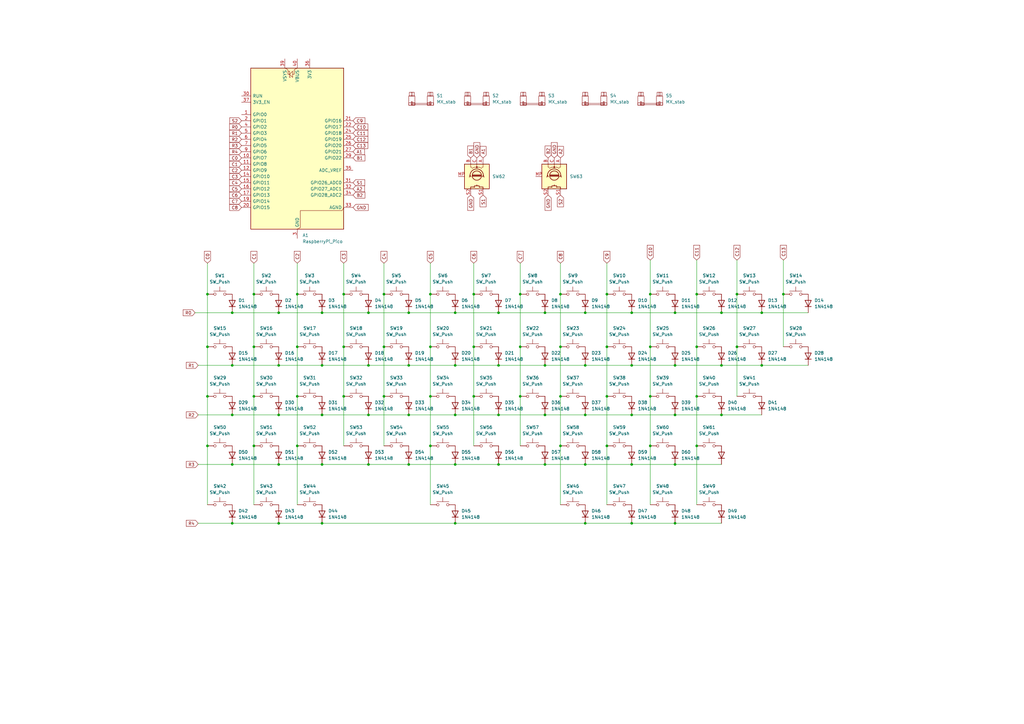
<source format=kicad_sch>
(kicad_sch (version 20250114) (generator "eeschema") (generator_version "9.0")
  (paper "A3")
  (lib_symbols
    (symbol "Device:RotaryEncoder_Switch_MP" (pin_names (offset 0.254) (hide yes))
      (property "Reference" "SW" (at 0 8.89 0))
      (property "Value" "RotaryEncoder_Switch_MP" (at 0 6.35 0))
      (symbol "RotaryEncoder_Switch_MP_1_1"
        (pin passive line (at -7.62 2.54 0) (length 2.54) (name "A") (number "A"))
        (pin passive line (at -7.62 0 0) (length 2.54) (name "C") (number "C"))
        (pin passive line (at -7.62 -2.54 0) (length 2.54) (name "B") (number "B"))
        (pin passive line (at 0 -7.62 90) (length 2.54) (name "MP") (number "MP"))
        (pin passive line (at 7.62 2.54 180) (length 2.54) (name "S1") (number "S1"))
        (pin passive line (at 7.62 -2.54 180) (length 2.54) (name "S2") (number "S2"))
      )
    )
    (symbol "Diode:1N4148" (pin_numbers (hide yes)) (pin_names (hide yes))
      (property "Reference" "D" (at 0 2.54 0))
      (property "Value" "1N4148" (at 0 -2.54 0))
      (symbol "1N4148_1_1"
        (pin passive line (at -3.81 0 0) (length 2.54) (name "K") (number "1"))
        (pin passive line (at 3.81 0 180) (length 2.54) (name "A") (number "2"))
      )
    )
    (symbol "MCU_Module:RaspberryPi_Pico" (pin_names (offset 0.762))
      (property "Reference" "A" (at -19.05 35.56 0))
      (property "Value" "RaspberryPi_Pico" (at 7.62 35.56 0))
      (symbol "RaspberryPi_Pico_1_1"
        (pin passive line (at -22.86 22.86 0) (length 3.81) (name "RUN") (number "30"))
        (pin passive line (at -22.86 20.32 0) (length 3.81) (name "3V3_EN") (number "37"))
        (pin bidirectional line (at -22.86 15.24 0) (length 3.81) (name "GPIO0") (number "1"))
        (pin bidirectional line (at -22.86 12.7 0) (length 3.81) (name "GPIO1") (number "2"))
        (pin bidirectional line (at -22.86 10.16 0) (length 3.81) (name "GPIO2") (number "4"))
        (pin bidirectional line (at -22.86 7.62 0) (length 3.81) (name "GPIO3") (number "5"))
        (pin bidirectional line (at -22.86 5.08 0) (length 3.81) (name "GPIO4") (number "6"))
        (pin bidirectional line (at -22.86 2.54 0) (length 3.81) (name "GPIO5") (number "7"))
        (pin bidirectional line (at -22.86 0 0) (length 3.81) (name "GPIO6") (number "9"))
        (pin bidirectional line (at -22.86 -2.54 0) (length 3.81) (name "GPIO7") (number "10"))
        (pin bidirectional line (at -22.86 -5.08 0) (length 3.81) (name "GPIO8") (number "11"))
        (pin bidirectional line (at -22.86 -7.62 0) (length 3.81) (name "GPIO9") (number "12"))
        (pin bidirectional line (at -22.86 -10.16 0) (length 3.81) (name "GPIO10") (number "14"))
        (pin bidirectional line (at -22.86 -12.7 0) (length 3.81) (name "GPIO11") (number "15"))
        (pin bidirectional line (at -22.86 -15.24 0) (length 3.81) (name "GPIO12") (number "16"))
        (pin bidirectional line (at -22.86 -17.78 0) (length 3.81) (name "GPIO13") (number "17"))
        (pin bidirectional line (at -22.86 -20.32 0) (length 3.81) (name "GPIO14") (number "19"))
        (pin bidirectional line (at -22.86 -22.86 0) (length 3.81) (name "GPIO15") (number "20"))
        (pin power_in line (at -5.08 38.1 270) (length 3.81) (name "VSYS") (number "39"))
        (pin power_out line (at 0 38.1 270) (length 3.81) (name "VBUS") (number "40"))
        (pin passive line (at 0 -35.56 90) (length 3.81) (hide yes) (name "GND") (number "13"))
        (pin passive line (at 0 -35.56 90) (length 3.81) (hide yes) (name "GND") (number "18"))
        (pin passive line (at 0 -35.56 90) (length 3.81) (hide yes) (name "GND") (number "23"))
        (pin passive line (at 0 -35.56 90) (length 3.81) (hide yes) (name "GND") (number "28"))
        (pin power_out line (at 0 -35.56 90) (length 3.81) (name "GND") (number "3"))
        (pin passive line (at 0 -35.56 90) (length 3.81) (hide yes) (name "GND") (number "38"))
        (pin passive line (at 0 -35.56 90) (length 3.81) (hide yes) (name "GND") (number "8"))
        (pin power_out line (at 5.08 38.1 270) (length 3.81) (name "3V3") (number "36"))
        (pin bidirectional line (at 22.86 12.7 180) (length 3.81) (name "GPIO16") (number "21"))
        (pin bidirectional line (at 22.86 10.16 180) (length 3.81) (name "GPIO17") (number "22"))
        (pin bidirectional line (at 22.86 7.62 180) (length 3.81) (name "GPIO18") (number "24"))
        (pin bidirectional line (at 22.86 5.08 180) (length 3.81) (name "GPIO19") (number "25"))
        (pin bidirectional line (at 22.86 2.54 180) (length 3.81) (name "GPIO20") (number "26"))
        (pin bidirectional line (at 22.86 0 180) (length 3.81) (name "GPIO21") (number "27"))
        (pin bidirectional line (at 22.86 -2.54 180) (length 3.81) (name "GPIO22") (number "29"))
        (pin power_in line (at 22.86 -7.62 180) (length 3.81) (name "ADC_VREF") (number "35"))
        (pin bidirectional line (at 22.86 -12.7 180) (length 3.81) (name "GPIO26_ADC0") (number "31"))
        (pin bidirectional line (at 22.86 -15.24 180) (length 3.81) (name "GPIO27_ADC1") (number "32"))
        (pin bidirectional line (at 22.86 -17.78 180) (length 3.81) (name "GPIO28_ADC2") (number "34"))
        (pin power_out line (at 22.86 -22.86 180) (length 3.81) (name "AGND") (number "33"))
      )
    )
    (symbol "Stab:MX_stab" (pin_names (offset 1.016))
      (property "Reference" "S" (at -5.08 6.35 0))
      (property "Value" "MX_stab" (at -5.08 3.81 0))
    )
    (symbol "Switch:SW_Push" (pin_numbers (hide yes)) (pin_names (offset 1.016) (hide yes))
      (property "Reference" "SW" (at 1.27 2.54 0))
      (property "Value" "SW_Push" (at 0 -1.524 0))
      (symbol "SW_Push_0_1"
        (pin passive line (at -5.08 0 0) (length 2.54) (name "1") (number "1"))
        (pin passive line (at 5.08 0 180) (length 2.54) (name "2") (number "2"))
      )
    )
  )
  (junction (at 151.13 149.86))
  (junction (at 295.91 128.27))
  (junction (at 104.14 162.56))
  (junction (at 321.31 120.65))
  (junction (at 167.64 170.18))
  (junction (at 285.75 162.56))
  (junction (at 176.53 142.24))
  (junction (at 229.87 120.65))
  (junction (at 85.09 142.24))
  (junction (at 114.3 170.18))
  (junction (at 104.14 142.24))
  (junction (at 151.13 170.18))
  (junction (at 223.52 170.18))
  (junction (at 95.25 149.86))
  (junction (at 167.64 190.5))
  (junction (at 104.14 120.65))
  (junction (at 276.86 190.5))
  (junction (at 302.26 120.65))
  (junction (at 266.7 120.65))
  (junction (at 186.69 190.5))
  (junction (at 276.86 128.27))
  (junction (at 229.87 162.56))
  (junction (at 167.64 149.86))
  (junction (at 140.97 120.65))
  (junction (at 213.36 142.24))
  (junction (at 259.08 149.86))
  (junction (at 121.92 162.56))
  (junction (at 132.08 128.27))
  (junction (at 295.91 149.86))
  (junction (at 194.31 142.24))
  (junction (at 229.87 142.24))
  (junction (at 114.3 190.5))
  (junction (at 285.75 120.65))
  (junction (at 276.86 170.18))
  (junction (at 186.69 170.18))
  (junction (at 259.08 170.18))
  (junction (at 240.03 149.86))
  (junction (at 151.13 190.5))
  (junction (at 114.3 128.27))
  (junction (at 95.25 190.5))
  (junction (at 176.53 120.65))
  (junction (at 95.25 170.18))
  (junction (at 121.92 182.88))
  (junction (at 223.52 149.86))
  (junction (at 223.52 190.5))
  (junction (at 176.53 162.56))
  (junction (at 104.14 182.88))
  (junction (at 248.92 182.88))
  (junction (at 276.86 214.63))
  (junction (at 266.7 162.56))
  (junction (at 259.08 214.63))
  (junction (at 95.25 214.63))
  (junction (at 95.25 128.27))
  (junction (at 285.75 182.88))
  (junction (at 213.36 162.56))
  (junction (at 85.09 182.88))
  (junction (at 132.08 190.5))
  (junction (at 121.92 120.65))
  (junction (at 266.7 182.88))
  (junction (at 240.03 128.27))
  (junction (at 186.69 214.63))
  (junction (at 204.47 170.18))
  (junction (at 229.87 182.88))
  (junction (at 248.92 162.56))
  (junction (at 194.31 162.56))
  (junction (at 114.3 149.86))
  (junction (at 240.03 214.63))
  (junction (at 194.31 120.65))
  (junction (at 248.92 142.24))
  (junction (at 85.09 120.65))
  (junction (at 186.69 149.86))
  (junction (at 157.48 142.24))
  (junction (at 157.48 162.56))
  (junction (at 204.47 128.27))
  (junction (at 204.47 149.86))
  (junction (at 240.03 170.18))
  (junction (at 312.42 128.27))
  (junction (at 259.08 190.5))
  (junction (at 114.3 214.63))
  (junction (at 240.03 190.5))
  (junction (at 157.48 120.65))
  (junction (at 132.08 214.63))
  (junction (at 223.52 128.27))
  (junction (at 204.47 190.5))
  (junction (at 302.26 142.24))
  (junction (at 276.86 149.86))
  (junction (at 132.08 149.86))
  (junction (at 151.13 128.27))
  (junction (at 295.91 170.18))
  (junction (at 266.7 142.24))
  (junction (at 213.36 120.65))
  (junction (at 248.92 120.65))
  (junction (at 121.92 142.24))
  (junction (at 167.64 128.27))
  (junction (at 312.42 149.86))
  (junction (at 85.09 162.56))
  (junction (at 285.75 142.24))
  (junction (at 186.69 128.27))
  (junction (at 132.08 170.18))
  (junction (at 140.97 162.56))
  (junction (at 140.97 142.24))
  (junction (at 259.08 128.27))
  (junction (at 176.53 182.88))
  (wire (pts (xy 213.36 142.24) (xy 213.36 162.56)))
  (wire (pts (xy 240.03 170.18) (xy 259.08 170.18)))
  (wire (pts (xy 194.31 120.65) (xy 194.31 142.24)))
  (wire (pts (xy 157.48 142.24) (xy 157.48 162.56)))
  (wire (pts (xy 248.92 107.95) (xy 248.92 120.65)))
  (wire (pts (xy 132.08 170.18) (xy 151.13 170.18)))
  (wire (pts (xy 85.09 107.95) (xy 85.09 120.65)))
  (wire (pts (xy 259.08 190.5) (xy 276.86 190.5)))
  (wire (pts (xy 259.08 170.18) (xy 276.86 170.18)))
  (wire (pts (xy 85.09 120.65) (xy 85.09 142.24)))
  (wire (pts (xy 167.64 149.86) (xy 186.69 149.86)))
  (wire (pts (xy 213.36 107.95) (xy 213.36 120.65)))
  (wire (pts (xy 140.97 107.95) (xy 140.97 120.65)))
  (wire (pts (xy 276.86 214.63) (xy 295.91 214.63)))
  (wire (pts (xy 223.52 170.18) (xy 240.03 170.18)))
  (wire (pts (xy 266.7 120.65) (xy 266.7 142.24)))
  (wire (pts (xy 285.75 142.24) (xy 285.75 162.56)))
  (wire (pts (xy 186.69 190.5) (xy 204.47 190.5)))
  (wire (pts (xy 104.14 107.95) (xy 104.14 120.65)))
  (wire (pts (xy 213.36 120.65) (xy 213.36 142.24)))
  (wire (pts (xy 167.64 128.27) (xy 186.69 128.27)))
  (wire (pts (xy 194.31 107.95) (xy 194.31 120.65)))
  (wire (pts (xy 157.48 120.65) (xy 157.48 142.24)))
  (wire (pts (xy 81.28 170.18) (xy 95.25 170.18)))
  (wire (pts (xy 302.26 106.68) (xy 302.26 120.65)))
  (wire (pts (xy 140.97 120.65) (xy 140.97 142.24)))
  (wire (pts (xy 81.28 214.63) (xy 95.25 214.63)))
  (wire (pts (xy 240.03 149.86) (xy 259.08 149.86)))
  (wire (pts (xy 157.48 107.95) (xy 157.48 120.65)))
  (wire (pts (xy 248.92 120.65) (xy 248.92 142.24)))
  (wire (pts (xy 176.53 120.65) (xy 176.53 142.24)))
  (wire (pts (xy 285.75 120.65) (xy 285.75 142.24)))
  (wire (pts (xy 302.26 120.65) (xy 302.26 142.24)))
  (wire (pts (xy 176.53 107.95) (xy 176.53 120.65)))
  (wire (pts (xy 229.87 120.65) (xy 229.87 142.24)))
  (wire (pts (xy 276.86 170.18) (xy 295.91 170.18)))
  (wire (pts (xy 157.48 162.56) (xy 157.48 182.88)))
  (wire (pts (xy 104.14 162.56) (xy 104.14 182.88)))
  (wire (pts (xy 114.3 170.18) (xy 132.08 170.18)))
  (wire (pts (xy 223.52 149.86) (xy 240.03 149.86)))
  (wire (pts (xy 248.92 182.88) (xy 248.92 207.01)))
  (wire (pts (xy 229.87 142.24) (xy 229.87 162.56)))
  (wire (pts (xy 194.31 162.56) (xy 194.31 182.88)))
  (wire (pts (xy 321.31 106.68) (xy 321.31 120.65)))
  (wire (pts (xy 240.03 128.27) (xy 259.08 128.27)))
  (wire (pts (xy 229.87 182.88) (xy 229.87 207.01)))
  (wire (pts (xy 95.25 170.18) (xy 114.3 170.18)))
  (wire (pts (xy 204.47 128.27) (xy 223.52 128.27)))
  (wire (pts (xy 114.3 190.5) (xy 132.08 190.5)))
  (wire (pts (xy 186.69 149.86) (xy 204.47 149.86)))
  (wire (pts (xy 121.92 142.24) (xy 121.92 162.56)))
  (wire (pts (xy 167.64 170.18) (xy 186.69 170.18)))
  (wire (pts (xy 259.08 128.27) (xy 276.86 128.27)))
  (wire (pts (xy 114.3 214.63) (xy 132.08 214.63)))
  (wire (pts (xy 266.7 106.68) (xy 266.7 120.65)))
  (wire (pts (xy 194.31 142.24) (xy 194.31 162.56)))
  (wire (pts (xy 186.69 214.63) (xy 240.03 214.63)))
  (wire (pts (xy 104.14 182.88) (xy 104.14 207.01)))
  (wire (pts (xy 186.69 128.27) (xy 204.47 128.27)))
  (wire (pts (xy 121.92 120.65) (xy 121.92 142.24)))
  (wire (pts (xy 121.92 162.56) (xy 121.92 182.88)))
  (wire (pts (xy 295.91 128.27) (xy 312.42 128.27)))
  (wire (pts (xy 140.97 162.56) (xy 140.97 182.88)))
  (wire (pts (xy 248.92 142.24) (xy 248.92 162.56)))
  (wire (pts (xy 95.25 128.27) (xy 114.3 128.27)))
  (wire (pts (xy 204.47 149.86) (xy 223.52 149.86)))
  (wire (pts (xy 302.26 142.24) (xy 302.26 162.56)))
  (wire (pts (xy 276.86 128.27) (xy 295.91 128.27)))
  (wire (pts (xy 213.36 162.56) (xy 213.36 182.88)))
  (wire (pts (xy 266.7 142.24) (xy 266.7 162.56)))
  (wire (pts (xy 114.3 149.86) (xy 132.08 149.86)))
  (wire (pts (xy 276.86 149.86) (xy 295.91 149.86)))
  (wire (pts (xy 85.09 142.24) (xy 85.09 162.56)))
  (wire (pts (xy 104.14 142.24) (xy 104.14 162.56)))
  (wire (pts (xy 167.64 190.5) (xy 186.69 190.5)))
  (wire (pts (xy 295.91 170.18) (xy 312.42 170.18)))
  (wire (pts (xy 151.13 128.27) (xy 167.64 128.27)))
  (wire (pts (xy 140.97 142.24) (xy 140.97 162.56)))
  (wire (pts (xy 312.42 128.27) (xy 331.47 128.27)))
  (wire (pts (xy 95.25 149.86) (xy 114.3 149.86)))
  (wire (pts (xy 81.28 149.86) (xy 95.25 149.86)))
  (wire (pts (xy 259.08 149.86) (xy 276.86 149.86)))
  (wire (pts (xy 80.01 128.27) (xy 95.25 128.27)))
  (wire (pts (xy 285.75 162.56) (xy 285.75 182.88)))
  (wire (pts (xy 95.25 190.5) (xy 114.3 190.5)))
  (wire (pts (xy 176.53 182.88) (xy 176.53 207.01)))
  (wire (pts (xy 229.87 107.95) (xy 229.87 120.65)))
  (wire (pts (xy 81.28 190.5) (xy 95.25 190.5)))
  (wire (pts (xy 132.08 149.86) (xy 151.13 149.86)))
  (wire (pts (xy 204.47 170.18) (xy 223.52 170.18)))
  (wire (pts (xy 151.13 149.86) (xy 167.64 149.86)))
  (wire (pts (xy 114.3 128.27) (xy 132.08 128.27)))
  (wire (pts (xy 132.08 214.63) (xy 186.69 214.63)))
  (wire (pts (xy 176.53 162.56) (xy 176.53 182.88)))
  (wire (pts (xy 229.87 162.56) (xy 229.87 182.88)))
  (wire (pts (xy 132.08 190.5) (xy 151.13 190.5)))
  (wire (pts (xy 295.91 149.86) (xy 312.42 149.86)))
  (wire (pts (xy 276.86 190.5) (xy 295.91 190.5)))
  (wire (pts (xy 321.31 120.65) (xy 321.31 142.24)))
  (wire (pts (xy 176.53 142.24) (xy 176.53 162.56)))
  (wire (pts (xy 266.7 162.56) (xy 266.7 182.88)))
  (wire (pts (xy 266.7 182.88) (xy 266.7 207.01)))
  (wire (pts (xy 186.69 170.18) (xy 204.47 170.18)))
  (wire (pts (xy 204.47 190.5) (xy 223.52 190.5)))
  (wire (pts (xy 223.52 128.27) (xy 240.03 128.27)))
  (wire (pts (xy 151.13 170.18) (xy 167.64 170.18)))
  (wire (pts (xy 121.92 182.88) (xy 121.92 207.01)))
  (wire (pts (xy 151.13 190.5) (xy 167.64 190.5)))
  (wire (pts (xy 85.09 182.88) (xy 85.09 207.01)))
  (wire (pts (xy 95.25 214.63) (xy 114.3 214.63)))
  (wire (pts (xy 259.08 214.63) (xy 276.86 214.63)))
  (wire (pts (xy 285.75 182.88) (xy 285.75 207.01)))
  (wire (pts (xy 248.92 162.56) (xy 248.92 182.88)))
  (wire (pts (xy 240.03 214.63) (xy 259.08 214.63)))
  (wire (pts (xy 85.09 162.56) (xy 85.09 182.88)))
  (wire (pts (xy 312.42 149.86) (xy 331.47 149.86)))
  (wire (pts (xy 240.03 190.5) (xy 259.08 190.5)))
  (wire (pts (xy 121.92 107.95) (xy 121.92 120.65)))
  (wire (pts (xy 104.14 120.65) (xy 104.14 142.24)))
  (wire (pts (xy 223.52 190.5) (xy 240.03 190.5)))
  (wire (pts (xy 285.75 106.68) (xy 285.75 120.65)))
  (wire (pts (xy 132.08 128.27) (xy 151.13 128.27)))
  (global_label "S2" (shape input) (at 99.06 49.53 180) (property "Intersheetrefs" "${INTERSHEET_REFS}" (effects (hide yes))))
  (global_label "B2" (shape input) (at 144.78 80.01 0) (property "Intersheetrefs" "${INTERSHEET_REFS}" (effects (hide yes))))
  (global_label "C6" (shape input) (at 99.06 80.01 180) (property "Intersheetrefs" "${INTERSHEET_REFS}" (effects (hide yes))))
  (global_label "C5" (shape input) (at 176.53 107.95 90) (property "Intersheetrefs" "${INTERSHEET_REFS}" (effects (hide yes))))
  (global_label "C8" (shape input) (at 99.06 85.09 180) (property "Intersheetrefs" "${INTERSHEET_REFS}" (effects (hide yes))))
  (global_label "A1" (shape input) (at 198.12 64.77 90) (property "Intersheetrefs" "${INTERSHEET_REFS}" (effects (hide yes))))
  (global_label "C7" (shape input) (at 99.06 82.55 180) (property "Intersheetrefs" "${INTERSHEET_REFS}" (effects (hide yes))))
  (global_label "C10" (shape input) (at 144.78 52.07 0) (property "Intersheetrefs" "${INTERSHEET_REFS}" (effects (hide yes))))
  (global_label "A2" (shape input) (at 229.87 64.77 90) (property "Intersheetrefs" "${INTERSHEET_REFS}" (effects (hide yes))))
  (global_label "C3" (shape input) (at 140.97 107.95 90) (property "Intersheetrefs" "${INTERSHEET_REFS}" (effects (hide yes))))
  (global_label "C2" (shape input) (at 121.92 107.95 90) (property "Intersheetrefs" "${INTERSHEET_REFS}" (effects (hide yes))))
  (global_label "R1" (shape input) (at 81.28 149.86 180) (property "Intersheetrefs" "${INTERSHEET_REFS}" (effects (hide yes))))
  (global_label "A2" (shape input) (at 144.78 77.47 0) (property "Intersheetrefs" "${INTERSHEET_REFS}" (effects (hide yes))))
  (global_label "C3" (shape input) (at 99.06 72.39 180) (property "Intersheetrefs" "${INTERSHEET_REFS}" (effects (hide yes))))
  (global_label "C7" (shape input) (at 213.36 107.95 90) (property "Intersheetrefs" "${INTERSHEET_REFS}" (effects (hide yes))))
  (global_label "C1" (shape input) (at 99.06 67.31 180) (property "Intersheetrefs" "${INTERSHEET_REFS}" (effects (hide yes))))
  (global_label "C10" (shape input) (at 266.7 106.68 90) (property "Intersheetrefs" "${INTERSHEET_REFS}" (effects (hide yes))))
  (global_label "GND" (shape input) (at 227.33 64.77 90) (property "Intersheetrefs" "${INTERSHEET_REFS}" (effects (hide yes))))
  (global_label "C13" (shape input) (at 144.78 59.69 0) (property "Intersheetrefs" "${INTERSHEET_REFS}" (effects (hide yes))))
  (global_label "C11" (shape input) (at 285.75 106.68 90) (property "Intersheetrefs" "${INTERSHEET_REFS}" (effects (hide yes))))
  (global_label "R1" (shape input) (at 99.06 54.61 180) (property "Intersheetrefs" "${INTERSHEET_REFS}" (effects (hide yes))))
  (global_label "C12" (shape input) (at 144.78 57.15 0) (property "Intersheetrefs" "${INTERSHEET_REFS}" (effects (hide yes))))
  (global_label "R2" (shape input) (at 99.06 57.15 180) (property "Intersheetrefs" "${INTERSHEET_REFS}" (effects (hide yes))))
  (global_label "C4" (shape input) (at 99.06 74.93 180) (property "Intersheetrefs" "${INTERSHEET_REFS}" (effects (hide yes))))
  (global_label "GND" (shape input) (at 193.04 80.01 270) (property "Intersheetrefs" "${INTERSHEET_REFS}" (effects (hide yes))))
  (global_label "R0" (shape input) (at 80.01 128.27 180) (property "Intersheetrefs" "${INTERSHEET_REFS}" (effects (hide yes))))
  (global_label "C1" (shape input) (at 104.14 107.95 90) (property "Intersheetrefs" "${INTERSHEET_REFS}" (effects (hide yes))))
  (global_label "C4" (shape input) (at 157.48 107.95 90) (property "Intersheetrefs" "${INTERSHEET_REFS}" (effects (hide yes))))
  (global_label "S2" (shape input) (at 229.87 80.01 270) (property "Intersheetrefs" "${INTERSHEET_REFS}" (effects (hide yes))))
  (global_label "S1" (shape input) (at 198.12 80.01 270) (property "Intersheetrefs" "${INTERSHEET_REFS}" (effects (hide yes))))
  (global_label "C11" (shape input) (at 144.78 54.61 0) (property "Intersheetrefs" "${INTERSHEET_REFS}" (effects (hide yes))))
  (global_label "C9" (shape input) (at 144.78 49.53 0) (property "Intersheetrefs" "${INTERSHEET_REFS}" (effects (hide yes))))
  (global_label "C6" (shape input) (at 194.31 107.95 90) (property "Intersheetrefs" "${INTERSHEET_REFS}" (effects (hide yes))))
  (global_label "R4" (shape input) (at 81.28 214.63 180) (property "Intersheetrefs" "${INTERSHEET_REFS}" (effects (hide yes))))
  (global_label "B1" (shape input) (at 144.78 64.77 0) (property "Intersheetrefs" "${INTERSHEET_REFS}" (effects (hide yes))))
  (global_label "GND" (shape input) (at 144.78 85.09 0) (property "Intersheetrefs" "${INTERSHEET_REFS}" (effects (hide yes))))
  (global_label "A1" (shape input) (at 144.78 62.23 0) (property "Intersheetrefs" "${INTERSHEET_REFS}" (effects (hide yes))))
  (global_label "B2" (shape input) (at 224.79 64.77 90) (property "Intersheetrefs" "${INTERSHEET_REFS}" (effects (hide yes))))
  (global_label "GND" (shape input) (at 195.58 64.77 90) (property "Intersheetrefs" "${INTERSHEET_REFS}" (effects (hide yes))))
  (global_label "B1" (shape input) (at 193.04 64.77 90) (property "Intersheetrefs" "${INTERSHEET_REFS}" (effects (hide yes))))
  (global_label "S1" (shape input) (at 144.78 74.93 0) (property "Intersheetrefs" "${INTERSHEET_REFS}" (effects (hide yes))))
  (global_label "R3" (shape input) (at 81.28 190.5 180) (property "Intersheetrefs" "${INTERSHEET_REFS}" (effects (hide yes))))
  (global_label "C5" (shape input) (at 99.06 77.47 180) (property "Intersheetrefs" "${INTERSHEET_REFS}" (effects (hide yes))))
  (global_label "C2" (shape input) (at 99.06 69.85 180) (property "Intersheetrefs" "${INTERSHEET_REFS}" (effects (hide yes))))
  (global_label "C12" (shape input) (at 302.26 106.68 90) (property "Intersheetrefs" "${INTERSHEET_REFS}" (effects (hide yes))))
  (global_label "C0" (shape input) (at 85.09 107.95 90) (property "Intersheetrefs" "${INTERSHEET_REFS}" (effects (hide yes))))
  (global_label "R2" (shape input) (at 81.28 170.18 180) (property "Intersheetrefs" "${INTERSHEET_REFS}" (effects (hide yes))))
  (global_label "C0" (shape input) (at 99.06 64.77 180) (property "Intersheetrefs" "${INTERSHEET_REFS}" (effects (hide yes))))
  (global_label "C9" (shape input) (at 248.92 107.95 90) (property "Intersheetrefs" "${INTERSHEET_REFS}" (effects (hide yes))))
  (global_label "C13" (shape input) (at 321.31 106.68 90) (property "Intersheetrefs" "${INTERSHEET_REFS}" (effects (hide yes))))
  (global_label "R4" (shape input) (at 99.06 62.23 180) (property "Intersheetrefs" "${INTERSHEET_REFS}" (effects (hide yes))))
  (global_label "R0" (shape input) (at 99.06 52.07 180) (property "Intersheetrefs" "${INTERSHEET_REFS}" (effects (hide yes))))
  (global_label "C8" (shape input) (at 229.87 107.95 90) (property "Intersheetrefs" "${INTERSHEET_REFS}" (effects (hide yes))))
  (global_label "GND" (shape input) (at 224.79 80.01 270) (property "Intersheetrefs" "${INTERSHEET_REFS}" (effects (hide yes))))
  (global_label "R3" (shape input) (at 99.06 59.69 180) (property "Intersheetrefs" "${INTERSHEET_REFS}" (effects (hide yes))))
  (symbol (lib_id "Diode:1N4148") (at 240.03 186.69 90) (unit 1)
    (property "Reference" "D58" (at 242.57 185.4199 90) (effects (justify right)))
    (property "Value" "1N4148" (at 242.57 187.9599 90) (effects (justify right)))
    (property "Footprint" "Diode_THT:D_DO-35_SOD27_P7.62mm_Horizontal" (effects (hide yes)))
    (property "Datasheet" "https://assets.nexperia.com/documents/data-sheet/1N4148_1N4448.pdf" (effects (hide yes)))
    (property "Description" "100V 0.15A standard switching diode, DO-35" (effects (hide yes)))
    (property "Sim.Device" "D" (effects (hide yes)))
    (property "Sim.Pins" "1=K 2=A" (effects (hide yes)))
  )
  (symbol (lib_id "Diode:1N4148") (at 114.3 210.82 90) (unit 1)
    (property "Reference" "D43" (at 116.84 209.5499 90) (effects (justify right)))
    (property "Value" "1N4148" (at 116.84 212.0899 90) (effects (justify right)))
    (property "Footprint" "Diode_THT:D_DO-35_SOD27_P7.62mm_Horizontal" (effects (hide yes)))
    (property "Datasheet" "https://assets.nexperia.com/documents/data-sheet/1N4148_1N4448.pdf" (effects (hide yes)))
    (property "Description" "100V 0.15A standard switching diode, DO-35" (effects (hide yes)))
    (property "Sim.Device" "D" (effects (hide yes)))
    (property "Sim.Pins" "1=K 2=A" (effects (hide yes)))
  )
  (symbol (lib_id "Switch:SW_Push") (at 290.83 162.56 0) (unit 1)
    (property "Reference" "SW40" (at 290.83 154.94 0))
    (property "Value" "SW_Push" (at 290.83 157.48 0))
    (property "Footprint" "Button_Switch_Keyboard:SW_Cherry_MX_1.00u_PCB" (effects (hide yes)))
    (property "Description" "Push button switch, generic, two pins" (effects (hide yes)))
  )
  (symbol (lib_id "Diode:1N4148") (at 240.03 166.37 90) (unit 1)
    (property "Reference" "D37" (at 242.57 165.0999 90) (effects (justify right)))
    (property "Value" "1N4148" (at 242.57 167.6399 90) (effects (justify right)))
    (property "Footprint" "Diode_THT:D_DO-35_SOD27_P7.62mm_Horizontal" (effects (hide yes)))
    (property "Datasheet" "https://assets.nexperia.com/documents/data-sheet/1N4148_1N4448.pdf" (effects (hide yes)))
    (property "Description" "100V 0.15A standard switching diode, DO-35" (effects (hide yes)))
    (property "Sim.Device" "D" (effects (hide yes)))
    (property "Sim.Pins" "1=K 2=A" (effects (hide yes)))
  )
  (symbol (lib_id "Switch:SW_Push") (at 90.17 162.56 0) (unit 1)
    (property "Reference" "SW29" (at 90.17 154.94 0))
    (property "Value" "SW_Push" (at 90.17 157.48 0))
    (property "Footprint" "Button_Switch_Keyboard:SW_Cherry_MX_1.75u_PCB" (effects (hide yes)))
    (property "Description" "Push button switch, generic, two pins" (effects (hide yes)))
  )
  (symbol (lib_id "Switch:SW_Push") (at 218.44 120.65 0) (unit 1)
    (property "Reference" "SW8" (at 218.44 113.03 0))
    (property "Value" "SW_Push" (at 218.44 115.57 0))
    (property "Footprint" "Button_Switch_Keyboard:SW_Cherry_MX_1.00u_PCB" (effects (hide yes)))
    (property "Description" "Push button switch, generic, two pins" (effects (hide yes)))
  )
  (symbol (lib_id "Switch:SW_Push") (at 199.39 182.88 0) (unit 1)
    (property "Reference" "SW56" (at 199.39 175.26 0))
    (property "Value" "SW_Push" (at 199.39 177.8 0))
    (property "Footprint" "Button_Switch_Keyboard:SW_Cherry_MX_1.00u_PCB" (effects (hide yes)))
    (property "Description" "Push button switch, generic, two pins" (effects (hide yes)))
  )
  (symbol (lib_id "Diode:1N4148") (at 132.08 186.69 90) (unit 1)
    (property "Reference" "D52" (at 134.62 185.4199 90) (effects (justify right)))
    (property "Value" "1N4148" (at 134.62 187.9599 90) (effects (justify right)))
    (property "Footprint" "Diode_THT:D_DO-35_SOD27_P7.62mm_Horizontal" (effects (hide yes)))
    (property "Datasheet" "https://assets.nexperia.com/documents/data-sheet/1N4148_1N4448.pdf" (effects (hide yes)))
    (property "Description" "100V 0.15A standard switching diode, DO-35" (effects (hide yes)))
    (property "Sim.Device" "D" (effects (hide yes)))
    (property "Sim.Pins" "1=K 2=A" (effects (hide yes)))
  )
  (symbol (lib_id "Switch:SW_Push") (at 234.95 162.56 0) (unit 1)
    (property "Reference" "SW37" (at 234.95 154.94 0))
    (property "Value" "SW_Push" (at 234.95 157.48 0))
    (property "Footprint" "Button_Switch_Keyboard:SW_Cherry_MX_1.00u_PCB" (effects (hide yes)))
    (property "Description" "Push button switch, generic, two pins" (effects (hide yes)))
  )
  (symbol (lib_id "Diode:1N4148") (at 331.47 124.46 90) (unit 1)
    (property "Reference" "D14" (at 334.01 123.1899 90) (effects (justify right)))
    (property "Value" "1N4148" (at 334.01 125.7299 90) (effects (justify right)))
    (property "Footprint" "Diode_THT:D_DO-35_SOD27_P7.62mm_Horizontal" (effects (hide yes)))
    (property "Datasheet" "https://assets.nexperia.com/documents/data-sheet/1N4148_1N4448.pdf" (effects (hide yes)))
    (property "Description" "100V 0.15A standard switching diode, DO-35" (effects (hide yes)))
    (property "Sim.Device" "D" (effects (hide yes)))
    (property "Sim.Pins" "1=K 2=A" (effects (hide yes)))
  )
  (symbol (lib_id "Stab:MX_stab") (at 266.7 40.64 0) (unit 1)
    (property "Reference" "S5" (at 273.05 39.2429 0) (effects (justify left)))
    (property "Value" "MX_stab" (at 273.05 41.7829 0) (effects (justify left)))
    (property "Footprint" "Stab:STAB_MX_6.25u" (effects (hide yes)))
    (property "Description" "Cherry MX-style stabilizer" (effects (hide yes)))
  )
  (symbol (lib_id "Switch:SW_Push") (at 90.17 207.01 0) (unit 1)
    (property "Reference" "SW42" (at 90.17 199.39 0))
    (property "Value" "SW_Push" (at 90.17 201.93 0))
    (property "Footprint" "Button_Switch_Keyboard:SW_Cherry_MX_1.25u_PCB" (effects (hide yes)))
    (property "Description" "Push button switch, generic, two pins" (effects (hide yes)))
  )
  (symbol (lib_id "Switch:SW_Push") (at 271.78 207.01 0) (unit 1)
    (property "Reference" "SW48" (at 271.78 199.39 0))
    (property "Value" "SW_Push" (at 271.78 201.93 0))
    (property "Footprint" "Button_Switch_Keyboard:SW_Cherry_MX_1.25u_PCB" (effects (hide yes)))
    (property "Description" "Push button switch, generic, two pins" (effects (hide yes)))
  )
  (symbol (lib_id "Diode:1N4148") (at 167.64 146.05 90) (unit 1)
    (property "Reference" "D19" (at 170.18 144.7799 90) (effects (justify right)))
    (property "Value" "1N4148" (at 170.18 147.3199 90) (effects (justify right)))
    (property "Footprint" "Diode_THT:D_DO-35_SOD27_P7.62mm_Horizontal" (effects (hide yes)))
    (property "Datasheet" "https://assets.nexperia.com/documents/data-sheet/1N4148_1N4448.pdf" (effects (hide yes)))
    (property "Description" "100V 0.15A standard switching diode, DO-35" (effects (hide yes)))
    (property "Sim.Device" "D" (effects (hide yes)))
    (property "Sim.Pins" "1=K 2=A" (effects (hide yes)))
  )
  (symbol (lib_id "Diode:1N4148") (at 151.13 124.46 90) (unit 1)
    (property "Reference" "D4" (at 153.67 123.1899 90) (effects (justify right)))
    (property "Value" "1N4148" (at 153.67 125.7299 90) (effects (justify right)))
    (property "Footprint" "Diode_THT:D_DO-35_SOD27_P7.62mm_Horizontal" (effects (hide yes)))
    (property "Datasheet" "https://assets.nexperia.com/documents/data-sheet/1N4148_1N4448.pdf" (effects (hide yes)))
    (property "Description" "100V 0.15A standard switching diode, DO-35" (effects (hide yes)))
    (property "Sim.Device" "D" (effects (hide yes)))
    (property "Sim.Pins" "1=K 2=A" (effects (hide yes)))
  )
  (symbol (lib_id "Diode:1N4148") (at 132.08 210.82 90) (unit 1)
    (property "Reference" "D44" (at 134.62 209.5499 90) (effects (justify right)))
    (property "Value" "1N4148" (at 134.62 212.0899 90) (effects (justify right)))
    (property "Footprint" "Diode_THT:D_DO-35_SOD27_P7.62mm_Horizontal" (effects (hide yes)))
    (property "Datasheet" "https://assets.nexperia.com/documents/data-sheet/1N4148_1N4448.pdf" (effects (hide yes)))
    (property "Description" "100V 0.15A standard switching diode, DO-35" (effects (hide yes)))
    (property "Sim.Device" "D" (effects (hide yes)))
    (property "Sim.Pins" "1=K 2=A" (effects (hide yes)))
  )
  (symbol (lib_id "Diode:1N4148") (at 114.3 186.69 90) (unit 1)
    (property "Reference" "D51" (at 116.84 185.4199 90) (effects (justify right)))
    (property "Value" "1N4148" (at 116.84 187.9599 90) (effects (justify right)))
    (property "Footprint" "Diode_THT:D_DO-35_SOD27_P7.62mm_Horizontal" (effects (hide yes)))
    (property "Datasheet" "https://assets.nexperia.com/documents/data-sheet/1N4148_1N4448.pdf" (effects (hide yes)))
    (property "Description" "100V 0.15A standard switching diode, DO-35" (effects (hide yes)))
    (property "Sim.Device" "D" (effects (hide yes)))
    (property "Sim.Pins" "1=K 2=A" (effects (hide yes)))
  )
  (symbol (lib_id "Diode:1N4148") (at 167.64 124.46 90) (unit 1)
    (property "Reference" "D5" (at 170.18 123.1899 90) (effects (justify right)))
    (property "Value" "1N4148" (at 170.18 125.7299 90) (effects (justify right)))
    (property "Footprint" "Diode_THT:D_DO-35_SOD27_P7.62mm_Horizontal" (effects (hide yes)))
    (property "Datasheet" "https://assets.nexperia.com/documents/data-sheet/1N4148_1N4448.pdf" (effects (hide yes)))
    (property "Description" "100V 0.15A standard switching diode, DO-35" (effects (hide yes)))
    (property "Sim.Device" "D" (effects (hide yes)))
    (property "Sim.Pins" "1=K 2=A" (effects (hide yes)))
  )
  (symbol (lib_id "Switch:SW_Push") (at 109.22 207.01 0) (unit 1)
    (property "Reference" "SW43" (at 109.22 199.39 0))
    (property "Value" "SW_Push" (at 109.22 201.93 0))
    (property "Footprint" "Button_Switch_Keyboard:SW_Cherry_MX_1.25u_PCB" (effects (hide yes)))
    (property "Description" "Push button switch, generic, two pins" (effects (hide yes)))
  )
  (symbol (lib_id "Switch:SW_Push") (at 90.17 120.65 0) (unit 1)
    (property "Reference" "SW1" (at 90.17 113.03 0))
    (property "Value" "SW_Push" (at 90.17 115.57 0))
    (property "Footprint" "Button_Switch_Keyboard:SW_Cherry_MX_1.00u_PCB" (effects (hide yes)))
    (property "Description" "Push button switch, generic, two pins" (effects (hide yes)))
  )
  (symbol (lib_id "Switch:SW_Push") (at 146.05 142.24 0) (unit 1)
    (property "Reference" "SW18" (at 146.05 134.62 0))
    (property "Value" "SW_Push" (at 146.05 137.16 0))
    (property "Footprint" "Button_Switch_Keyboard:SW_Cherry_MX_1.00u_PCB" (effects (hide yes)))
    (property "Description" "Push button switch, generic, two pins" (effects (hide yes)))
  )
  (symbol (lib_id "Diode:1N4148") (at 186.69 166.37 90) (unit 1)
    (property "Reference" "D34" (at 189.23 165.0999 90) (effects (justify right)))
    (property "Value" "1N4148" (at 189.23 167.6399 90) (effects (justify right)))
    (property "Footprint" "Diode_THT:D_DO-35_SOD27_P7.62mm_Horizontal" (effects (hide yes)))
    (property "Datasheet" "https://assets.nexperia.com/documents/data-sheet/1N4148_1N4448.pdf" (effects (hide yes)))
    (property "Description" "100V 0.15A standard switching diode, DO-35" (effects (hide yes)))
    (property "Sim.Device" "D" (effects (hide yes)))
    (property "Sim.Pins" "1=K 2=A" (effects (hide yes)))
  )
  (symbol (lib_id "Diode:1N4148") (at 295.91 146.05 90) (unit 1)
    (property "Reference" "D26" (at 298.45 144.7799 90) (effects (justify right)))
    (property "Value" "1N4148" (at 298.45 147.3199 90) (effects (justify right)))
    (property "Footprint" "Diode_THT:D_DO-35_SOD27_P7.62mm_Horizontal" (effects (hide yes)))
    (property "Datasheet" "https://assets.nexperia.com/documents/data-sheet/1N4148_1N4448.pdf" (effects (hide yes)))
    (property "Description" "100V 0.15A standard switching diode, DO-35" (effects (hide yes)))
    (property "Sim.Device" "D" (effects (hide yes)))
    (property "Sim.Pins" "1=K 2=A" (effects (hide yes)))
  )
  (symbol (lib_id "Switch:SW_Push") (at 290.83 120.65 0) (unit 1)
    (property "Reference" "SW12" (at 290.83 113.03 0))
    (property "Value" "SW_Push" (at 290.83 115.57 0))
    (property "Footprint" "Button_Switch_Keyboard:SW_Cherry_MX_1.00u_PCB" (effects (hide yes)))
    (property "Description" "Push button switch, generic, two pins" (effects (hide yes)))
  )
  (symbol (lib_id "Diode:1N4148") (at 95.25 186.69 90) (unit 1)
    (property "Reference" "D50" (at 97.79 185.4199 90) (effects (justify right)))
    (property "Value" "1N4148" (at 97.79 187.9599 90) (effects (justify right)))
    (property "Footprint" "Diode_THT:D_DO-35_SOD27_P7.62mm_Horizontal" (effects (hide yes)))
    (property "Datasheet" "https://assets.nexperia.com/documents/data-sheet/1N4148_1N4448.pdf" (effects (hide yes)))
    (property "Description" "100V 0.15A standard switching diode, DO-35" (effects (hide yes)))
    (property "Sim.Device" "D" (effects (hide yes)))
    (property "Sim.Pins" "1=K 2=A" (effects (hide yes)))
  )
  (symbol (lib_id "MCU_Module:RaspberryPi_Pico") (at 121.92 62.23 0) (unit 1)
    (property "Reference" "A1" (at 124.0633 96.52 0) (effects (justify left)))
    (property "Value" "RaspberryPi_Pico" (at 124.0633 99.06 0) (effects (justify left)))
    (property "Footprint" "Module:RaspberryPi_Pico_Common_Unspecified" (effects (hide yes)))
    (property "Datasheet" "https://datasheets.raspberrypi.com/pico/pico-datasheet.pdf" (effects (hide yes)))
    (property "Description" "Versatile and inexpensive microcontroller module powered by RP2040 dual-core Arm Cortex-M0+ processor up to 133 MHz, 264kB SRAM, 2MB QSPI flash; also supports Raspberry Pi Pico 2" (effects (hide yes)))
  )
  (symbol (lib_id "Switch:SW_Push") (at 290.83 207.01 0) (unit 1)
    (property "Reference" "SW49" (at 290.83 199.39 0))
    (property "Value" "SW_Push" (at 290.83 201.93 0))
    (property "Footprint" "Button_Switch_Keyboard:SW_Cherry_MX_1.25u_PCB" (effects (hide yes)))
    (property "Description" "Push button switch, generic, two pins" (effects (hide yes)))
  )
  (symbol (lib_id "Diode:1N4148") (at 259.08 210.82 90) (unit 1)
    (property "Reference" "D47" (at 261.62 209.5499 90) (effects (justify right)))
    (property "Value" "1N4148" (at 261.62 212.0899 90) (effects (justify right)))
    (property "Footprint" "Diode_THT:D_DO-35_SOD27_P7.62mm_Horizontal" (effects (hide yes)))
    (property "Datasheet" "https://assets.nexperia.com/documents/data-sheet/1N4148_1N4448.pdf" (effects (hide yes)))
    (property "Description" "100V 0.15A standard switching diode, DO-35" (effects (hide yes)))
    (property "Sim.Device" "D" (effects (hide yes)))
    (property "Sim.Pins" "1=K 2=A" (effects (hide yes)))
  )
  (symbol (lib_id "Diode:1N4148") (at 240.03 146.05 90) (unit 1)
    (property "Reference" "D23" (at 242.57 144.7799 90) (effects (justify right)))
    (property "Value" "1N4148" (at 242.57 147.3199 90) (effects (justify right)))
    (property "Footprint" "Diode_THT:D_DO-35_SOD27_P7.62mm_Horizontal" (effects (hide yes)))
    (property "Datasheet" "https://assets.nexperia.com/documents/data-sheet/1N4148_1N4448.pdf" (effects (hide yes)))
    (property "Description" "100V 0.15A standard switching diode, DO-35" (effects (hide yes)))
    (property "Sim.Device" "D" (effects (hide yes)))
    (property "Sim.Pins" "1=K 2=A" (effects (hide yes)))
  )
  (symbol (lib_id "Switch:SW_Push") (at 162.56 162.56 0) (unit 1)
    (property "Reference" "SW33" (at 162.56 154.94 0))
    (property "Value" "SW_Push" (at 162.56 157.48 0))
    (property "Footprint" "Button_Switch_Keyboard:SW_Cherry_MX_1.00u_PCB" (effects (hide yes)))
    (property "Description" "Push button switch, generic, two pins" (effects (hide yes)))
  )
  (symbol (lib_id "Switch:SW_Push") (at 199.39 162.56 0) (unit 1)
    (property "Reference" "SW35" (at 199.39 154.94 0))
    (property "Value" "SW_Push" (at 199.39 157.48 0))
    (property "Footprint" "Button_Switch_Keyboard:SW_Cherry_MX_1.00u_PCB" (effects (hide yes)))
    (property "Description" "Push button switch, generic, two pins" (effects (hide yes)))
  )
  (symbol (lib_id "Switch:SW_Push") (at 234.95 142.24 0) (unit 1)
    (property "Reference" "SW23" (at 234.95 134.62 0))
    (property "Value" "SW_Push" (at 234.95 137.16 0))
    (property "Footprint" "Button_Switch_Keyboard:SW_Cherry_MX_1.00u_PCB" (effects (hide yes)))
    (property "Description" "Push button switch, generic, two pins" (effects (hide yes)))
  )
  (symbol (lib_id "Switch:SW_Push") (at 146.05 162.56 0) (unit 1)
    (property "Reference" "SW32" (at 146.05 154.94 0))
    (property "Value" "SW_Push" (at 146.05 157.48 0))
    (property "Footprint" "Button_Switch_Keyboard:SW_Cherry_MX_1.00u_PCB" (effects (hide yes)))
    (property "Description" "Push button switch, generic, two pins" (effects (hide yes)))
  )
  (symbol (lib_id "Diode:1N4148") (at 259.08 146.05 90) (unit 1)
    (property "Reference" "D24" (at 261.62 144.7799 90) (effects (justify right)))
    (property "Value" "1N4148" (at 261.62 147.3199 90) (effects (justify right)))
    (property "Footprint" "Diode_THT:D_DO-35_SOD27_P7.62mm_Horizontal" (effects (hide yes)))
    (property "Datasheet" "https://assets.nexperia.com/documents/data-sheet/1N4148_1N4448.pdf" (effects (hide yes)))
    (property "Description" "100V 0.15A standard switching diode, DO-35" (effects (hide yes)))
    (property "Sim.Device" "D" (effects (hide yes)))
    (property "Sim.Pins" "1=K 2=A" (effects (hide yes)))
  )
  (symbol (lib_id "Stab:MX_stab") (at 195.58 40.64 0) (unit 1)
    (property "Reference" "S2" (at 201.93 39.2429 0) (effects (justify left)))
    (property "Value" "MX_stab" (at 201.93 41.7829 0) (effects (justify left)))
    (property "Footprint" "Stab:STAB_MX_2.25u" (effects (hide yes)))
    (property "Description" "Cherry MX-style stabilizer" (effects (hide yes)))
  )
  (symbol (lib_id "Diode:1N4148") (at 295.91 124.46 90) (unit 1)
    (property "Reference" "D12" (at 298.45 123.1899 90) (effects (justify right)))
    (property "Value" "1N4148" (at 298.45 125.7299 90) (effects (justify right)))
    (property "Footprint" "Diode_THT:D_DO-35_SOD27_P7.62mm_Horizontal" (effects (hide yes)))
    (property "Datasheet" "https://assets.nexperia.com/documents/data-sheet/1N4148_1N4448.pdf" (effects (hide yes)))
    (property "Description" "100V 0.15A standard switching diode, DO-35" (effects (hide yes)))
    (property "Sim.Device" "D" (effects (hide yes)))
    (property "Sim.Pins" "1=K 2=A" (effects (hide yes)))
  )
  (symbol (lib_id "Switch:SW_Push") (at 271.78 162.56 0) (unit 1)
    (property "Reference" "SW39" (at 271.78 154.94 0))
    (property "Value" "SW_Push" (at 271.78 157.48 0))
    (property "Footprint" "Button_Switch_Keyboard:SW_Cherry_MX_1.00u_PCB" (effects (hide yes)))
    (property "Description" "Push button switch, generic, two pins" (effects (hide yes)))
  )
  (symbol (lib_id "Diode:1N4148") (at 276.86 186.69 90) (unit 1)
    (property "Reference" "D60" (at 279.4 185.4199 90) (effects (justify right)))
    (property "Value" "1N4148" (at 279.4 187.9599 90) (effects (justify right)))
    (property "Footprint" "Diode_THT:D_DO-35_SOD27_P7.62mm_Horizontal" (effects (hide yes)))
    (property "Datasheet" "https://assets.nexperia.com/documents/data-sheet/1N4148_1N4448.pdf" (effects (hide yes)))
    (property "Description" "100V 0.15A standard switching diode, DO-35" (effects (hide yes)))
    (property "Sim.Device" "D" (effects (hide yes)))
    (property "Sim.Pins" "1=K 2=A" (effects (hide yes)))
  )
  (symbol (lib_id "Diode:1N4148") (at 312.42 146.05 90) (unit 1)
    (property "Reference" "D27" (at 314.96 144.7799 90) (effects (justify right)))
    (property "Value" "1N4148" (at 314.96 147.3199 90) (effects (justify right)))
    (property "Footprint" "Diode_THT:D_DO-35_SOD27_P7.62mm_Horizontal" (effects (hide yes)))
    (property "Datasheet" "https://assets.nexperia.com/documents/data-sheet/1N4148_1N4448.pdf" (effects (hide yes)))
    (property "Description" "100V 0.15A standard switching diode, DO-35" (effects (hide yes)))
    (property "Sim.Device" "D" (effects (hide yes)))
    (property "Sim.Pins" "1=K 2=A" (effects (hide yes)))
  )
  (symbol (lib_id "Diode:1N4148") (at 167.64 166.37 90) (unit 1)
    (property "Reference" "D33" (at 170.18 165.0999 90) (effects (justify right)))
    (property "Value" "1N4148" (at 170.18 167.6399 90) (effects (justify right)))
    (property "Footprint" "Diode_THT:D_DO-35_SOD27_P7.62mm_Horizontal" (effects (hide yes)))
    (property "Datasheet" "https://assets.nexperia.com/documents/data-sheet/1N4148_1N4448.pdf" (effects (hide yes)))
    (property "Description" "100V 0.15A standard switching diode, DO-35" (effects (hide yes)))
    (property "Sim.Device" "D" (effects (hide yes)))
    (property "Sim.Pins" "1=K 2=A" (effects (hide yes)))
  )
  (symbol (lib_id "Device:RotaryEncoder_Switch_MP") (at 195.58 72.39 270) (unit 1)
    (property "Reference" "SW62" (at 201.93 72.3899 90) (effects (justify left)))
    (property "Value" "RotaryEncoder_Switch_MP" (effects (hide yes)))
    (property "Footprint" "Rotary_Encoder:RotaryEncoder_Alps_EC11E-Switch_Vertical_H20mm" (effects (hide yes)))
    (property "Description" "Rotary encoder, dual channel, incremental quadrate outputs, with switch and MP Pin" (effects (hide yes)))
  )
  (symbol (lib_id "Switch:SW_Push") (at 146.05 182.88 0) (unit 1)
    (property "Reference" "SW53" (at 146.05 175.26 0))
    (property "Value" "SW_Push" (at 146.05 177.8 0))
    (property "Footprint" "Button_Switch_Keyboard:SW_Cherry_MX_1.00u_PCB" (effects (hide yes)))
    (property "Description" "Push button switch, generic, two pins" (effects (hide yes)))
  )
  (symbol (lib_id "Switch:SW_Push") (at 307.34 142.24 0) (unit 1)
    (property "Reference" "SW27" (at 307.34 134.62 0))
    (property "Value" "SW_Push" (at 307.34 137.16 0))
    (property "Footprint" "Button_Switch_Keyboard:SW_Cherry_MX_1.00u_PCB" (effects (hide yes)))
    (property "Description" "Push button switch, generic, two pins" (effects (hide yes)))
  )
  (symbol (lib_id "Switch:SW_Push") (at 326.39 120.65 0) (unit 1)
    (property "Reference" "SW14" (at 326.39 113.03 0))
    (property "Value" "SW_Push" (at 326.39 115.57 0))
    (property "Footprint" "Button_Switch_Keyboard:SW_Cherry_MX_2.00u_PCB" (effects (hide yes)))
    (property "Description" "Push button switch, generic, two pins" (effects (hide yes)))
  )
  (symbol (lib_id "Diode:1N4148") (at 186.69 124.46 90) (unit 1)
    (property "Reference" "D6" (at 189.23 123.1899 90) (effects (justify right)))
    (property "Value" "1N4148" (at 189.23 125.7299 90) (effects (justify right)))
    (property "Footprint" "Diode_THT:D_DO-35_SOD27_P7.62mm_Horizontal" (effects (hide yes)))
    (property "Datasheet" "https://assets.nexperia.com/documents/data-sheet/1N4148_1N4448.pdf" (effects (hide yes)))
    (property "Description" "100V 0.15A standard switching diode, DO-35" (effects (hide yes)))
    (property "Sim.Device" "D" (effects (hide yes)))
    (property "Sim.Pins" "1=K 2=A" (effects (hide yes)))
  )
  (symbol (lib_id "Diode:1N4148") (at 95.25 166.37 90) (unit 1)
    (property "Reference" "D29" (at 97.79 165.0999 90) (effects (justify right)))
    (property "Value" "1N4148" (at 97.79 167.6399 90) (effects (justify right)))
    (property "Footprint" "Diode_THT:D_DO-35_SOD27_P7.62mm_Horizontal" (effects (hide yes)))
    (property "Datasheet" "https://assets.nexperia.com/documents/data-sheet/1N4148_1N4448.pdf" (effects (hide yes)))
    (property "Description" "100V 0.15A standard switching diode, DO-35" (effects (hide yes)))
    (property "Sim.Device" "D" (effects (hide yes)))
    (property "Sim.Pins" "1=K 2=A" (effects (hide yes)))
  )
  (symbol (lib_id "Switch:SW_Push") (at 162.56 142.24 0) (unit 1)
    (property "Reference" "SW19" (at 162.56 134.62 0))
    (property "Value" "SW_Push" (at 162.56 137.16 0))
    (property "Footprint" "Button_Switch_Keyboard:SW_Cherry_MX_1.00u_PCB" (effects (hide yes)))
    (property "Description" "Push button switch, generic, two pins" (effects (hide yes)))
  )
  (symbol (lib_id "Switch:SW_Push") (at 109.22 182.88 0) (unit 1)
    (property "Reference" "SW51" (at 109.22 175.26 0))
    (property "Value" "SW_Push" (at 109.22 177.8 0))
    (property "Footprint" "Button_Switch_Keyboard:SW_Cherry_MX_1.00u_PCB" (effects (hide yes)))
    (property "Description" "Push button switch, generic, two pins" (effects (hide yes)))
  )
  (symbol (lib_id "Diode:1N4148") (at 186.69 146.05 90) (unit 1)
    (property "Reference" "D20" (at 189.23 144.7799 90) (effects (justify right)))
    (property "Value" "1N4148" (at 189.23 147.3199 90) (effects (justify right)))
    (property "Footprint" "Diode_THT:D_DO-35_SOD27_P7.62mm_Horizontal" (effects (hide yes)))
    (property "Datasheet" "https://assets.nexperia.com/documents/data-sheet/1N4148_1N4448.pdf" (effects (hide yes)))
    (property "Description" "100V 0.15A standard switching diode, DO-35" (effects (hide yes)))
    (property "Sim.Device" "D" (effects (hide yes)))
    (property "Sim.Pins" "1=K 2=A" (effects (hide yes)))
  )
  (symbol (lib_id "Diode:1N4148") (at 276.86 124.46 90) (unit 1)
    (property "Reference" "D11" (at 279.4 123.1899 90) (effects (justify right)))
    (property "Value" "1N4148" (at 279.4 125.7299 90) (effects (justify right)))
    (property "Footprint" "Diode_THT:D_DO-35_SOD27_P7.62mm_Horizontal" (effects (hide yes)))
    (property "Datasheet" "https://assets.nexperia.com/documents/data-sheet/1N4148_1N4448.pdf" (effects (hide yes)))
    (property "Description" "100V 0.15A standard switching diode, DO-35" (effects (hide yes)))
    (property "Sim.Device" "D" (effects (hide yes)))
    (property "Sim.Pins" "1=K 2=A" (effects (hide yes)))
  )
  (symbol (lib_id "Switch:SW_Push") (at 326.39 142.24 0) (unit 1)
    (property "Reference" "SW28" (at 326.39 134.62 0))
    (property "Value" "SW_Push" (at 326.39 137.16 0))
    (property "Footprint" "Button_Switch_Keyboard:SW_Cherry_MX_1.50u_Plate" (effects (hide yes)))
    (property "Description" "Push button switch, generic, two pins" (effects (hide yes)))
  )
  (symbol (lib_id "Switch:SW_Push") (at 127 142.24 0) (unit 1)
    (property "Reference" "SW17" (at 127 134.62 0))
    (property "Value" "SW_Push" (at 127 137.16 0))
    (property "Footprint" "Button_Switch_Keyboard:SW_Cherry_MX_1.00u_PCB" (effects (hide yes)))
    (property "Description" "Push button switch, generic, two pins" (effects (hide yes)))
  )
  (symbol (lib_id "Switch:SW_Push") (at 181.61 162.56 0) (unit 1)
    (property "Reference" "SW34" (at 181.61 154.94 0))
    (property "Value" "SW_Push" (at 181.61 157.48 0))
    (property "Footprint" "Button_Switch_Keyboard:SW_Cherry_MX_1.00u_PCB" (effects (hide yes)))
    (property "Description" "Push button switch, generic, two pins" (effects (hide yes)))
  )
  (symbol (lib_id "Diode:1N4148") (at 132.08 124.46 90) (unit 1)
    (property "Reference" "D3" (at 134.62 123.1899 90) (effects (justify right)))
    (property "Value" "1N4148" (at 134.62 125.7299 90) (effects (justify right)))
    (property "Footprint" "Diode_THT:D_DO-35_SOD27_P7.62mm_Horizontal" (effects (hide yes)))
    (property "Datasheet" "https://assets.nexperia.com/documents/data-sheet/1N4148_1N4448.pdf" (effects (hide yes)))
    (property "Description" "100V 0.15A standard switching diode, DO-35" (effects (hide yes)))
    (property "Sim.Device" "D" (effects (hide yes)))
    (property "Sim.Pins" "1=K 2=A" (effects (hide yes)))
  )
  (symbol (lib_id "Diode:1N4148") (at 151.13 166.37 90) (unit 1)
    (property "Reference" "D32" (at 153.67 165.0999 90) (effects (justify right)))
    (property "Value" "1N4148" (at 153.67 167.6399 90) (effects (justify right)))
    (property "Footprint" "Diode_THT:D_DO-35_SOD27_P7.62mm_Horizontal" (effects (hide yes)))
    (property "Datasheet" "https://assets.nexperia.com/documents/data-sheet/1N4148_1N4448.pdf" (effects (hide yes)))
    (property "Description" "100V 0.15A standard switching diode, DO-35" (effects (hide yes)))
    (property "Sim.Device" "D" (effects (hide yes)))
    (property "Sim.Pins" "1=K 2=A" (effects (hide yes)))
  )
  (symbol (lib_id "Diode:1N4148") (at 95.25 146.05 90) (unit 1)
    (property "Reference" "D15" (at 97.79 144.7799 90) (effects (justify right)))
    (property "Value" "1N4148" (at 97.79 147.3199 90) (effects (justify right)))
    (property "Footprint" "Diode_THT:D_DO-35_SOD27_P7.62mm_Horizontal" (effects (hide yes)))
    (property "Datasheet" "https://assets.nexperia.com/documents/data-sheet/1N4148_1N4448.pdf" (effects (hide yes)))
    (property "Description" "100V 0.15A standard switching diode, DO-35" (effects (hide yes)))
    (property "Sim.Device" "D" (effects (hide yes)))
    (property "Sim.Pins" "1=K 2=A" (effects (hide yes)))
  )
  (symbol (lib_id "Diode:1N4148") (at 95.25 124.46 90) (unit 1)
    (property "Reference" "D1" (at 97.79 123.1899 90) (effects (justify right)))
    (property "Value" "1N4148" (at 97.79 125.7299 90) (effects (justify right)))
    (property "Footprint" "Diode_THT:D_DO-35_SOD27_P7.62mm_Horizontal" (effects (hide yes)))
    (property "Datasheet" "https://assets.nexperia.com/documents/data-sheet/1N4148_1N4448.pdf" (effects (hide yes)))
    (property "Description" "100V 0.15A standard switching diode, DO-35" (effects (hide yes)))
    (property "Sim.Device" "D" (effects (hide yes)))
    (property "Sim.Pins" "1=K 2=A" (effects (hide yes)))
  )
  (symbol (lib_id "Diode:1N4148") (at 167.64 186.69 90) (unit 1)
    (property "Reference" "D54" (at 170.18 185.4199 90) (effects (justify right)))
    (property "Value" "1N4148" (at 170.18 187.9599 90) (effects (justify right)))
    (property "Footprint" "Diode_THT:D_DO-35_SOD27_P7.62mm_Horizontal" (effects (hide yes)))
    (property "Datasheet" "https://assets.nexperia.com/documents/data-sheet/1N4148_1N4448.pdf" (effects (hide yes)))
    (property "Description" "100V 0.15A standard switching diode, DO-35" (effects (hide yes)))
    (property "Sim.Device" "D" (effects (hide yes)))
    (property "Sim.Pins" "1=K 2=A" (effects (hide yes)))
  )
  (symbol (lib_id "Diode:1N4148") (at 331.47 146.05 90) (unit 1)
    (property "Reference" "D28" (at 334.01 144.7799 90) (effects (justify right)))
    (property "Value" "1N4148" (at 334.01 147.3199 90) (effects (justify right)))
    (property "Footprint" "Diode_THT:D_DO-35_SOD27_P7.62mm_Horizontal" (effects (hide yes)))
    (property "Datasheet" "https://assets.nexperia.com/documents/data-sheet/1N4148_1N4448.pdf" (effects (hide yes)))
    (property "Description" "100V 0.15A standard switching diode, DO-35" (effects (hide yes)))
    (property "Sim.Device" "D" (effects (hide yes)))
    (property "Sim.Pins" "1=K 2=A" (effects (hide yes)))
  )
  (symbol (lib_id "Diode:1N4148") (at 114.3 166.37 90) (unit 1)
    (property "Reference" "D30" (at 116.84 165.0999 90) (effects (justify right)))
    (property "Value" "1N4148" (at 116.84 167.6399 90) (effects (justify right)))
    (property "Footprint" "Diode_THT:D_DO-35_SOD27_P7.62mm_Horizontal" (effects (hide yes)))
    (property "Datasheet" "https://assets.nexperia.com/documents/data-sheet/1N4148_1N4448.pdf" (effects (hide yes)))
    (property "Description" "100V 0.15A standard switching diode, DO-35" (effects (hide yes)))
    (property "Sim.Device" "D" (effects (hide yes)))
    (property "Sim.Pins" "1=K 2=A" (effects (hide yes)))
  )
  (symbol (lib_id "Stab:MX_stab") (at 218.44 40.64 0) (unit 1)
    (property "Reference" "S3" (at 224.79 39.2429 0) (effects (justify left)))
    (property "Value" "MX_stab" (at 224.79 41.7829 0) (effects (justify left)))
    (property "Footprint" "Stab:STAB_MX_2.25u" (effects (hide yes)))
    (property "Description" "Cherry MX-style stabilizer" (effects (hide yes)))
  )
  (symbol (lib_id "Diode:1N4148") (at 95.25 210.82 90) (unit 1)
    (property "Reference" "D42" (at 97.79 209.5499 90) (effects (justify right)))
    (property "Value" "1N4148" (at 97.79 212.0899 90) (effects (justify right)))
    (property "Footprint" "Diode_THT:D_DO-35_SOD27_P7.62mm_Horizontal" (effects (hide yes)))
    (property "Datasheet" "https://assets.nexperia.com/documents/data-sheet/1N4148_1N4448.pdf" (effects (hide yes)))
    (property "Description" "100V 0.15A standard switching diode, DO-35" (effects (hide yes)))
    (property "Sim.Device" "D" (effects (hide yes)))
    (property "Sim.Pins" "1=K 2=A" (effects (hide yes)))
  )
  (symbol (lib_id "Diode:1N4148") (at 295.91 186.69 90) (unit 1)
    (property "Reference" "D61" (effects (hide yes)))
    (property "Value" "1N4148" (effects (hide yes)))
    (property "Footprint" "Diode_THT:D_DO-35_SOD27_P7.62mm_Horizontal" (effects (hide yes)))
    (property "Datasheet" "https://assets.nexperia.com/documents/data-sheet/1N4148_1N4448.pdf" (effects (hide yes)))
    (property "Description" "100V 0.15A standard switching diode, DO-35" (effects (hide yes)))
    (property "Sim.Device" "D" (effects (hide yes)))
    (property "Sim.Pins" "1=K 2=A" (effects (hide yes)))
  )
  (symbol (lib_id "Switch:SW_Push") (at 162.56 182.88 0) (unit 1)
    (property "Reference" "SW54" (at 162.56 175.26 0))
    (property "Value" "SW_Push" (at 162.56 177.8 0))
    (property "Footprint" "Button_Switch_Keyboard:SW_Cherry_MX_1.00u_PCB" (effects (hide yes)))
    (property "Description" "Push button switch, generic, two pins" (effects (hide yes)))
  )
  (symbol (lib_id "Switch:SW_Push") (at 234.95 120.65 0) (unit 1)
    (property "Reference" "SW9" (at 234.95 113.03 0))
    (property "Value" "SW_Push" (at 234.95 115.57 0))
    (property "Footprint" "Button_Switch_Keyboard:SW_Cherry_MX_1.00u_PCB" (effects (hide yes)))
    (property "Description" "Push button switch, generic, two pins" (effects (hide yes)))
  )
  (symbol (lib_id "Switch:SW_Push") (at 254 182.88 0) (unit 1)
    (property "Reference" "SW59" (at 254 175.26 0))
    (property "Value" "SW_Push" (at 254 177.8 0))
    (property "Footprint" "Button_Switch_Keyboard:SW_Cherry_MX_1.00u_PCB" (effects (hide yes)))
    (property "Description" "Push button switch, generic, two pins" (effects (hide yes)))
  )
  (symbol (lib_id "Diode:1N4148") (at 151.13 146.05 90) (unit 1)
    (property "Reference" "D18" (at 153.67 144.7799 90) (effects (justify right)))
    (property "Value" "1N4148" (at 153.67 147.3199 90) (effects (justify right)))
    (property "Footprint" "Diode_THT:D_DO-35_SOD27_P7.62mm_Horizontal" (effects (hide yes)))
    (property "Datasheet" "https://assets.nexperia.com/documents/data-sheet/1N4148_1N4448.pdf" (effects (hide yes)))
    (property "Description" "100V 0.15A standard switching diode, DO-35" (effects (hide yes)))
    (property "Sim.Device" "D" (effects (hide yes)))
    (property "Sim.Pins" "1=K 2=A" (effects (hide yes)))
  )
  (symbol (lib_id "Switch:SW_Push") (at 181.61 207.01 0) (unit 1)
    (property "Reference" "SW45" (at 181.61 199.39 0))
    (property "Value" "SW_Push" (at 181.61 201.93 0))
    (property "Footprint" "Button_Switch_Keyboard:SW_Cherry_MX_6.25u_PCB" (effects (hide yes)))
    (property "Description" "Push button switch, generic, two pins" (effects (hide yes)))
  )
  (symbol (lib_id "Diode:1N4148") (at 259.08 186.69 90) (unit 1)
    (property "Reference" "D59" (at 261.62 185.4199 90) (effects (justify right)))
    (property "Value" "1N4148" (at 261.62 187.9599 90) (effects (justify right)))
    (property "Footprint" "Diode_THT:D_DO-35_SOD27_P7.62mm_Horizontal" (effects (hide yes)))
    (property "Datasheet" "https://assets.nexperia.com/documents/data-sheet/1N4148_1N4448.pdf" (effects (hide yes)))
    (property "Description" "100V 0.15A standard switching diode, DO-35" (effects (hide yes)))
    (property "Sim.Device" "D" (effects (hide yes)))
    (property "Sim.Pins" "1=K 2=A" (effects (hide yes)))
  )
  (symbol (lib_id "Switch:SW_Push") (at 127 162.56 0) (unit 1)
    (property "Reference" "SW31" (at 127 154.94 0))
    (property "Value" "SW_Push" (at 127 157.48 0))
    (property "Footprint" "Button_Switch_Keyboard:SW_Cherry_MX_1.00u_PCB" (effects (hide yes)))
    (property "Description" "Push button switch, generic, two pins" (effects (hide yes)))
  )
  (symbol (lib_id "Diode:1N4148") (at 151.13 186.69 90) (unit 1)
    (property "Reference" "D53" (at 153.67 185.4199 90) (effects (justify right)))
    (property "Value" "1N4148" (at 153.67 187.9599 90) (effects (justify right)))
    (property "Footprint" "Diode_THT:D_DO-35_SOD27_P7.62mm_Horizontal" (effects (hide yes)))
    (property "Datasheet" "https://assets.nexperia.com/documents/data-sheet/1N4148_1N4448.pdf" (effects (hide yes)))
    (property "Description" "100V 0.15A standard switching diode, DO-35" (effects (hide yes)))
    (property "Sim.Device" "D" (effects (hide yes)))
    (property "Sim.Pins" "1=K 2=A" (effects (hide yes)))
  )
  (symbol (lib_id "Switch:SW_Push") (at 254 120.65 0) (unit 1)
    (property "Reference" "SW10" (at 254 113.03 0))
    (property "Value" "SW_Push" (at 254 115.57 0))
    (property "Footprint" "Button_Switch_Keyboard:SW_Cherry_MX_1.00u_PCB" (effects (hide yes)))
    (property "Description" "Push button switch, generic, two pins" (effects (hide yes)))
  )
  (symbol (lib_id "Switch:SW_Push") (at 234.95 207.01 0) (unit 1)
    (property "Reference" "SW46" (at 234.95 199.39 0))
    (property "Value" "SW_Push" (at 234.95 201.93 0))
    (property "Footprint" "Button_Switch_Keyboard:SW_Cherry_MX_1.25u_PCB" (effects (hide yes)))
    (property "Description" "Push button switch, generic, two pins" (effects (hide yes)))
  )
  (symbol (lib_id "Stab:MX_stab") (at 243.84 40.64 0) (unit 1)
    (property "Reference" "S4" (at 250.19 39.2429 0) (effects (justify left)))
    (property "Value" "MX_stab" (at 250.19 41.7829 0) (effects (justify left)))
    (property "Footprint" "Stab:STAB_MX_2.75u" (effects (hide yes)))
    (property "Description" "Cherry MX-style stabilizer" (effects (hide yes)))
  )
  (symbol (lib_id "Diode:1N4148") (at 204.47 166.37 90) (unit 1)
    (property "Reference" "D35" (at 207.01 165.0999 90) (effects (justify right)))
    (property "Value" "1N4148" (at 207.01 167.6399 90) (effects (justify right)))
    (property "Footprint" "Diode_THT:D_DO-35_SOD27_P7.62mm_Horizontal" (effects (hide yes)))
    (property "Datasheet" "https://assets.nexperia.com/documents/data-sheet/1N4148_1N4448.pdf" (effects (hide yes)))
    (property "Description" "100V 0.15A standard switching diode, DO-35" (effects (hide yes)))
    (property "Sim.Device" "D" (effects (hide yes)))
    (property "Sim.Pins" "1=K 2=A" (effects (hide yes)))
  )
  (symbol (lib_id "Diode:1N4148") (at 132.08 146.05 90) (unit 1)
    (property "Reference" "D17" (at 134.62 144.7799 90) (effects (justify right)))
    (property "Value" "1N4148" (at 134.62 147.3199 90) (effects (justify right)))
    (property "Footprint" "Diode_THT:D_DO-35_SOD27_P7.62mm_Horizontal" (effects (hide yes)))
    (property "Datasheet" "https://assets.nexperia.com/documents/data-sheet/1N4148_1N4448.pdf" (effects (hide yes)))
    (property "Description" "100V 0.15A standard switching diode, DO-35" (effects (hide yes)))
    (property "Sim.Device" "D" (effects (hide yes)))
    (property "Sim.Pins" "1=K 2=A" (effects (hide yes)))
  )
  (symbol (lib_id "Switch:SW_Push") (at 109.22 162.56 0) (unit 1)
    (property "Reference" "SW30" (at 109.22 154.94 0))
    (property "Value" "SW_Push" (at 109.22 157.48 0))
    (property "Footprint" "Button_Switch_Keyboard:SW_Cherry_MX_1.00u_PCB" (effects (hide yes)))
    (property "Description" "Push button switch, generic, two pins" (effects (hide yes)))
  )
  (symbol (lib_id "Switch:SW_Push") (at 109.22 120.65 0) (unit 1)
    (property "Reference" "SW2" (at 109.22 113.03 0))
    (property "Value" "SW_Push" (at 109.22 115.57 0))
    (property "Footprint" "Button_Switch_Keyboard:SW_Cherry_MX_1.00u_PCB" (effects (hide yes)))
    (property "Description" "Push button switch, generic, two pins" (effects (hide yes)))
  )
  (symbol (lib_id "Switch:SW_Push") (at 218.44 142.24 0) (unit 1)
    (property "Reference" "SW22" (at 218.44 134.62 0))
    (property "Value" "SW_Push" (at 218.44 137.16 0))
    (property "Footprint" "Button_Switch_Keyboard:SW_Cherry_MX_1.00u_PCB" (effects (hide yes)))
    (property "Description" "Push button switch, generic, two pins" (effects (hide yes)))
  )
  (symbol (lib_id "Diode:1N4148") (at 223.52 124.46 90) (unit 1)
    (property "Reference" "D8" (at 226.06 123.1899 90) (effects (justify right)))
    (property "Value" "1N4148" (at 226.06 125.7299 90) (effects (justify right)))
    (property "Footprint" "Diode_THT:D_DO-35_SOD27_P7.62mm_Horizontal" (effects (hide yes)))
    (property "Datasheet" "https://assets.nexperia.com/documents/data-sheet/1N4148_1N4448.pdf" (effects (hide yes)))
    (property "Description" "100V 0.15A standard switching diode, DO-35" (effects (hide yes)))
    (property "Sim.Device" "D" (effects (hide yes)))
    (property "Sim.Pins" "1=K 2=A" (effects (hide yes)))
  )
  (symbol (lib_id "Diode:1N4148") (at 276.86 146.05 90) (unit 1)
    (property "Reference" "D25" (at 279.4 144.7799 90) (effects (justify right)))
    (property "Value" "1N4148" (at 279.4 147.3199 90) (effects (justify right)))
    (property "Footprint" "Diode_THT:D_DO-35_SOD27_P7.62mm_Horizontal" (effects (hide yes)))
    (property "Datasheet" "https://assets.nexperia.com/documents/data-sheet/1N4148_1N4448.pdf" (effects (hide yes)))
    (property "Description" "100V 0.15A standard switching diode, DO-35" (effects (hide yes)))
    (property "Sim.Device" "D" (effects (hide yes)))
    (property "Sim.Pins" "1=K 2=A" (effects (hide yes)))
  )
  (symbol (lib_id "Switch:SW_Push") (at 307.34 120.65 0) (unit 1)
    (property "Reference" "SW13" (at 307.34 113.03 0))
    (property "Value" "SW_Push" (at 307.34 115.57 0))
    (property "Footprint" "Button_Switch_Keyboard:SW_Cherry_MX_1.00u_PCB" (effects (hide yes)))
    (property "Description" "Push button switch, generic, two pins" (effects (hide yes)))
  )
  (symbol (lib_id "Diode:1N4148") (at 295.91 210.82 90) (unit 1)
    (property "Reference" "D49" (at 298.45 209.5499 90) (effects (justify right)))
    (property "Value" "1N4148" (at 298.45 212.0899 90) (effects (justify right)))
    (property "Footprint" "Diode_THT:D_DO-35_SOD27_P7.62mm_Horizontal" (effects (hide yes)))
    (property "Datasheet" "https://assets.nexperia.com/documents/data-sheet/1N4148_1N4448.pdf" (effects (hide yes)))
    (property "Description" "100V 0.15A standard switching diode, DO-35" (effects (hide yes)))
    (property "Sim.Device" "D" (effects (hide yes)))
    (property "Sim.Pins" "1=K 2=A" (effects (hide yes)))
  )
  (symbol (lib_id "Diode:1N4148") (at 223.52 186.69 90) (unit 1)
    (property "Reference" "D57" (at 226.06 185.4199 90) (effects (justify right)))
    (property "Value" "1N4148" (at 226.06 187.9599 90) (effects (justify right)))
    (property "Footprint" "Diode_THT:D_DO-35_SOD27_P7.62mm_Horizontal" (effects (hide yes)))
    (property "Datasheet" "https://assets.nexperia.com/documents/data-sheet/1N4148_1N4448.pdf" (effects (hide yes)))
    (property "Description" "100V 0.15A standard switching diode, DO-35" (effects (hide yes)))
    (property "Sim.Device" "D" (effects (hide yes)))
    (property "Sim.Pins" "1=K 2=A" (effects (hide yes)))
  )
  (symbol (lib_id "Diode:1N4148") (at 276.86 166.37 90) (unit 1)
    (property "Reference" "D39" (at 279.4 165.0999 90) (effects (justify right)))
    (property "Value" "1N4148" (at 279.4 167.6399 90) (effects (justify right)))
    (property "Footprint" "Diode_THT:D_DO-35_SOD27_P7.62mm_Horizontal" (effects (hide yes)))
    (property "Datasheet" "https://assets.nexperia.com/documents/data-sheet/1N4148_1N4448.pdf" (effects (hide yes)))
    (property "Description" "100V 0.15A standard switching diode, DO-35" (effects (hide yes)))
    (property "Sim.Device" "D" (effects (hide yes)))
    (property "Sim.Pins" "1=K 2=A" (effects (hide yes)))
  )
  (symbol (lib_id "Diode:1N4148") (at 132.08 166.37 90) (unit 1)
    (property "Reference" "D31" (at 134.62 165.0999 90) (effects (justify right)))
    (property "Value" "1N4148" (at 134.62 167.6399 90) (effects (justify right)))
    (property "Footprint" "Diode_THT:D_DO-35_SOD27_P7.62mm_Horizontal" (effects (hide yes)))
    (property "Datasheet" "https://assets.nexperia.com/documents/data-sheet/1N4148_1N4448.pdf" (effects (hide yes)))
    (property "Description" "100V 0.15A standard switching diode, DO-35" (effects (hide yes)))
    (property "Sim.Device" "D" (effects (hide yes)))
    (property "Sim.Pins" "1=K 2=A" (effects (hide yes)))
  )
  (symbol (lib_id "Switch:SW_Push") (at 271.78 120.65 0) (unit 1)
    (property "Reference" "SW11" (at 271.78 113.03 0))
    (property "Value" "SW_Push" (at 271.78 115.57 0))
    (property "Footprint" "Button_Switch_Keyboard:SW_Cherry_MX_1.00u_PCB" (effects (hide yes)))
    (property "Description" "Push button switch, generic, two pins" (effects (hide yes)))
  )
  (symbol (lib_id "Switch:SW_Push") (at 218.44 162.56 0) (unit 1)
    (property "Reference" "SW36" (at 218.44 154.94 0))
    (property "Value" "SW_Push" (at 218.44 157.48 0))
    (property "Footprint" "Button_Switch_Keyboard:SW_Cherry_MX_1.00u_PCB" (effects (hide yes)))
    (property "Description" "Push button switch, generic, two pins" (effects (hide yes)))
  )
  (symbol (lib_id "Switch:SW_Push") (at 127 120.65 0) (unit 1)
    (property "Reference" "SW3" (at 127 113.03 0))
    (property "Value" "SW_Push" (at 127 115.57 0))
    (property "Footprint" "Button_Switch_Keyboard:SW_Cherry_MX_1.00u_PCB" (effects (hide yes)))
    (property "Description" "Push button switch, generic, two pins" (effects (hide yes)))
  )
  (symbol (lib_id "Diode:1N4148") (at 240.03 210.82 90) (unit 1)
    (property "Reference" "D46" (at 242.57 209.5499 90) (effects (justify right)))
    (property "Value" "1N4148" (at 242.57 212.0899 90) (effects (justify right)))
    (property "Footprint" "Diode_THT:D_DO-35_SOD27_P7.62mm_Horizontal" (effects (hide yes)))
    (property "Datasheet" "https://assets.nexperia.com/documents/data-sheet/1N4148_1N4448.pdf" (effects (hide yes)))
    (property "Description" "100V 0.15A standard switching diode, DO-35" (effects (hide yes)))
    (property "Sim.Device" "D" (effects (hide yes)))
    (property "Sim.Pins" "1=K 2=A" (effects (hide yes)))
  )
  (symbol (lib_id "Switch:SW_Push") (at 146.05 120.65 0) (unit 1)
    (property "Reference" "SW4" (at 146.05 113.03 0))
    (property "Value" "SW_Push" (at 146.05 115.57 0))
    (property "Footprint" "Button_Switch_Keyboard:SW_Cherry_MX_1.00u_PCB" (effects (hide yes)))
    (property "Description" "Push button switch, generic, two pins" (effects (hide yes)))
  )
  (symbol (lib_id "Switch:SW_Push") (at 90.17 142.24 0) (unit 1)
    (property "Reference" "SW15" (at 90.17 134.62 0))
    (property "Value" "SW_Push" (at 90.17 137.16 0))
    (property "Footprint" "Button_Switch_Keyboard:SW_Cherry_MX_1.50u_PCB" (effects (hide yes)))
    (property "Description" "Push button switch, generic, two pins" (effects (hide yes)))
  )
  (symbol (lib_id "Switch:SW_Push") (at 290.83 142.24 0) (unit 1)
    (property "Reference" "SW26" (at 290.83 134.62 0))
    (property "Value" "SW_Push" (at 290.83 137.16 0))
    (property "Footprint" "Button_Switch_Keyboard:SW_Cherry_MX_1.00u_PCB" (effects (hide yes)))
    (property "Description" "Push button switch, generic, two pins" (effects (hide yes)))
  )
  (symbol (lib_id "Switch:SW_Push") (at 290.83 182.88 0) (unit 1)
    (property "Reference" "SW61" (at 290.83 175.26 0))
    (property "Value" "SW_Push" (at 290.83 177.8 0))
    (property "Footprint" "Button_Switch_Keyboard:SW_Cherry_MX_2.75u_PCB" (effects (hide yes)))
    (property "Description" "Push button switch, generic, two pins" (effects (hide yes)))
  )
  (symbol (lib_id "Switch:SW_Push") (at 254 142.24 0) (unit 1)
    (property "Reference" "SW24" (at 254 134.62 0))
    (property "Value" "SW_Push" (at 254 137.16 0))
    (property "Footprint" "Button_Switch_Keyboard:SW_Cherry_MX_1.00u_PCB" (effects (hide yes)))
    (property "Description" "Push button switch, generic, two pins" (effects (hide yes)))
  )
  (symbol (lib_id "Switch:SW_Push") (at 199.39 142.24 0) (unit 1)
    (property "Reference" "SW21" (at 199.39 134.62 0))
    (property "Value" "SW_Push" (at 199.39 137.16 0))
    (property "Footprint" "Button_Switch_Keyboard:SW_Cherry_MX_1.00u_PCB" (effects (hide yes)))
    (property "Description" "Push button switch, generic, two pins" (effects (hide yes)))
  )
  (symbol (lib_id "Stab:MX_stab") (at 172.72 40.64 0) (unit 1)
    (property "Reference" "S1" (at 179.07 39.2429 0) (effects (justify left)))
    (property "Value" "MX_stab" (at 179.07 41.7829 0) (effects (justify left)))
    (property "Footprint" "Stab:STAB_MX_2u" (effects (hide yes)))
    (property "Description" "Cherry MX-style stabilizer" (effects (hide yes)))
  )
  (symbol (lib_id "Diode:1N4148") (at 312.42 166.37 90) (unit 1)
    (property "Reference" "D41" (at 314.96 165.0999 90) (effects (justify right)))
    (property "Value" "1N4148" (at 314.96 167.6399 90) (effects (justify right)))
    (property "Footprint" "Diode_THT:D_DO-35_SOD27_P7.62mm_Horizontal" (effects (hide yes)))
    (property "Datasheet" "https://assets.nexperia.com/documents/data-sheet/1N4148_1N4448.pdf" (effects (hide yes)))
    (property "Description" "100V 0.15A standard switching diode, DO-35" (effects (hide yes)))
    (property "Sim.Device" "D" (effects (hide yes)))
    (property "Sim.Pins" "1=K 2=A" (effects (hide yes)))
  )
  (symbol (lib_id "Diode:1N4148") (at 186.69 186.69 90) (unit 1)
    (property "Reference" "D55" (at 189.23 185.4199 90) (effects (justify right)))
    (property "Value" "1N4148" (at 189.23 187.9599 90) (effects (justify right)))
    (property "Footprint" "Diode_THT:D_DO-35_SOD27_P7.62mm_Horizontal" (effects (hide yes)))
    (property "Datasheet" "https://assets.nexperia.com/documents/data-sheet/1N4148_1N4448.pdf" (effects (hide yes)))
    (property "Description" "100V 0.15A standard switching diode, DO-35" (effects (hide yes)))
    (property "Sim.Device" "D" (effects (hide yes)))
    (property "Sim.Pins" "1=K 2=A" (effects (hide yes)))
  )
  (symbol (lib_id "Diode:1N4148") (at 223.52 146.05 90) (unit 1)
    (property "Reference" "D22" (at 226.06 144.7799 90) (effects (justify right)))
    (property "Value" "1N4148" (at 226.06 147.3199 90) (effects (justify right)))
    (property "Footprint" "Diode_THT:D_DO-35_SOD27_P7.62mm_Horizontal" (effects (hide yes)))
    (property "Datasheet" "https://assets.nexperia.com/documents/data-sheet/1N4148_1N4448.pdf" (effects (hide yes)))
    (property "Description" "100V 0.15A standard switching diode, DO-35" (effects (hide yes)))
    (property "Sim.Device" "D" (effects (hide yes)))
    (property "Sim.Pins" "1=K 2=A" (effects (hide yes)))
  )
  (symbol (lib_id "Device:RotaryEncoder_Switch_MP") (at 227.33 72.39 270) (unit 1)
    (property "Reference" "SW63" (at 233.68 72.3899 90) (effects (justify left)))
    (property "Value" "RotaryEncoder_Switch_MP" (effects (hide yes)))
    (property "Footprint" "Rotary_Encoder:RotaryEncoder_Alps_EC11E-Switch_Vertical_H20mm" (effects (hide yes)))
    (property "Description" "Rotary encoder, dual channel, incremental quadrate outputs, with switch and MP Pin" (effects (hide yes)))
  )
  (symbol (lib_id "Diode:1N4148") (at 295.91 166.37 90) (unit 1)
    (property "Reference" "D40" (at 298.45 165.0999 90) (effects (justify right)))
    (property "Value" "1N4148" (at 298.45 167.6399 90) (effects (justify right)))
    (property "Footprint" "Diode_THT:D_DO-35_SOD27_P7.62mm_Horizontal" (effects (hide yes)))
    (property "Datasheet" "https://assets.nexperia.com/documents/data-sheet/1N4148_1N4448.pdf" (effects (hide yes)))
    (property "Description" "100V 0.15A standard switching diode, DO-35" (effects (hide yes)))
    (property "Sim.Device" "D" (effects (hide yes)))
    (property "Sim.Pins" "1=K 2=A" (effects (hide yes)))
  )
  (symbol (lib_id "Switch:SW_Push") (at 181.61 142.24 0) (unit 1)
    (property "Reference" "SW20" (at 181.61 134.62 0))
    (property "Value" "SW_Push" (at 181.61 137.16 0))
    (property "Footprint" "Button_Switch_Keyboard:SW_Cherry_MX_1.00u_PCB" (effects (hide yes)))
    (property "Description" "Push button switch, generic, two pins" (effects (hide yes)))
  )
  (symbol (lib_id "Switch:SW_Push") (at 181.61 182.88 0) (unit 1)
    (property "Reference" "SW55" (at 181.61 175.26 0))
    (property "Value" "SW_Push" (at 181.61 177.8 0))
    (property "Footprint" "Button_Switch_Keyboard:SW_Cherry_MX_1.00u_PCB" (effects (hide yes)))
    (property "Description" "Push button switch, generic, two pins" (effects (hide yes)))
  )
  (symbol (lib_id "Switch:SW_Push") (at 199.39 120.65 0) (unit 1)
    (property "Reference" "SW7" (at 199.39 113.03 0))
    (property "Value" "SW_Push" (at 199.39 115.57 0))
    (property "Footprint" "Button_Switch_Keyboard:SW_Cherry_MX_1.00u_PCB" (effects (hide yes)))
    (property "Description" "Push button switch, generic, two pins" (effects (hide yes)))
  )
  (symbol (lib_id "Switch:SW_Push") (at 127 182.88 0) (unit 1)
    (property "Reference" "SW52" (at 127 175.26 0))
    (property "Value" "SW_Push" (at 127 177.8 0))
    (property "Footprint" "Button_Switch_Keyboard:SW_Cherry_MX_1.00u_PCB" (effects (hide yes)))
    (property "Description" "Push button switch, generic, two pins" (effects (hide yes)))
  )
  (symbol (lib_id "Switch:SW_Push") (at 254 207.01 0) (unit 1)
    (property "Reference" "SW47" (at 254 199.39 0))
    (property "Value" "SW_Push" (at 254 201.93 0))
    (property "Footprint" "Button_Switch_Keyboard:SW_Cherry_MX_1.25u_Plate" (effects (hide yes)))
    (property "Description" "Push button switch, generic, two pins" (effects (hide yes)))
  )
  (symbol (lib_id "Switch:SW_Push") (at 127 207.01 0) (unit 1)
    (property "Reference" "SW44" (at 127 199.39 0))
    (property "Value" "SW_Push" (at 127 201.93 0))
    (property "Footprint" "Button_Switch_Keyboard:SW_Cherry_MX_1.25u_PCB" (effects (hide yes)))
    (property "Description" "Push button switch, generic, two pins" (effects (hide yes)))
  )
  (symbol (lib_id "Diode:1N4148") (at 204.47 124.46 90) (unit 1)
    (property "Reference" "D7" (at 207.01 123.1899 90) (effects (justify right)))
    (property "Value" "1N4148" (at 207.01 125.7299 90) (effects (justify right)))
    (property "Footprint" "Diode_THT:D_DO-35_SOD27_P7.62mm_Horizontal" (effects (hide yes)))
    (property "Datasheet" "https://assets.nexperia.com/documents/data-sheet/1N4148_1N4448.pdf" (effects (hide yes)))
    (property "Description" "100V 0.15A standard switching diode, DO-35" (effects (hide yes)))
    (property "Sim.Device" "D" (effects (hide yes)))
    (property "Sim.Pins" "1=K 2=A" (effects (hide yes)))
  )
  (symbol (lib_id "Switch:SW_Push") (at 234.95 182.88 0) (unit 1)
    (property "Reference" "SW58" (at 234.95 175.26 0))
    (property "Value" "SW_Push" (at 234.95 177.8 0))
    (property "Footprint" "Button_Switch_Keyboard:SW_Cherry_MX_1.00u_PCB" (effects (hide yes)))
    (property "Description" "Push button switch, generic, two pins" (effects (hide yes)))
  )
  (symbol (lib_id "Switch:SW_Push") (at 218.44 182.88 0) (unit 1)
    (property "Reference" "SW57" (at 218.44 175.26 0))
    (property "Value" "SW_Push" (at 218.44 177.8 0))
    (property "Footprint" "Button_Switch_Keyboard:SW_Cherry_MX_1.00u_PCB" (effects (hide yes)))
    (property "Description" "Push button switch, generic, two pins" (effects (hide yes)))
  )
  (symbol (lib_id "Diode:1N4148") (at 114.3 146.05 90) (unit 1)
    (property "Reference" "D16" (at 116.84 144.7799 90) (effects (justify right)))
    (property "Value" "1N4148" (at 116.84 147.3199 90) (effects (justify right)))
    (property "Footprint" "Diode_THT:D_DO-35_SOD27_P7.62mm_Horizontal" (effects (hide yes)))
    (property "Datasheet" "https://assets.nexperia.com/documents/data-sheet/1N4148_1N4448.pdf" (effects (hide yes)))
    (property "Description" "100V 0.15A standard switching diode, DO-35" (effects (hide yes)))
    (property "Sim.Device" "D" (effects (hide yes)))
    (property "Sim.Pins" "1=K 2=A" (effects (hide yes)))
  )
  (symbol (lib_id "Switch:SW_Push") (at 90.17 182.88 0) (unit 1)
    (property "Reference" "SW50" (at 90.17 175.26 0))
    (property "Value" "SW_Push" (at 90.17 177.8 0))
    (property "Footprint" "Button_Switch_Keyboard:SW_Cherry_MX_2.25u_PCB" (effects (hide yes)))
    (property "Description" "Push button switch, generic, two pins" (effects (hide yes)))
  )
  (symbol (lib_id "Diode:1N4148") (at 186.69 210.82 90) (unit 1)
    (property "Reference" "D45" (at 189.23 209.5499 90) (effects (justify right)))
    (property "Value" "1N4148" (at 189.23 212.0899 90) (effects (justify right)))
    (property "Footprint" "Diode_THT:D_DO-35_SOD27_P7.62mm_Horizontal" (effects (hide yes)))
    (property "Datasheet" "https://assets.nexperia.com/documents/data-sheet/1N4148_1N4448.pdf" (effects (hide yes)))
    (property "Description" "100V 0.15A standard switching diode, DO-35" (effects (hide yes)))
    (property "Sim.Device" "D" (effects (hide yes)))
    (property "Sim.Pins" "1=K 2=A" (effects (hide yes)))
  )
  (symbol (lib_id "Diode:1N4148") (at 259.08 124.46 90) (unit 1)
    (property "Reference" "D10" (at 261.62 123.1899 90) (effects (justify right)))
    (property "Value" "1N4148" (at 261.62 125.7299 90) (effects (justify right)))
    (property "Footprint" "Diode_THT:D_DO-35_SOD27_P7.62mm_Horizontal" (effects (hide yes)))
    (property "Datasheet" "https://assets.nexperia.com/documents/data-sheet/1N4148_1N4448.pdf" (effects (hide yes)))
    (property "Description" "100V 0.15A standard switching diode, DO-35" (effects (hide yes)))
    (property "Sim.Device" "D" (effects (hide yes)))
    (property "Sim.Pins" "1=K 2=A" (effects (hide yes)))
  )
  (symbol (lib_id "Switch:SW_Push") (at 307.34 162.56 0) (unit 1)
    (property "Reference" "SW41" (at 307.34 154.94 0))
    (property "Value" "SW_Push" (at 307.34 157.48 0))
    (property "Footprint" "Button_Switch_Keyboard:SW_Cherry_MX_2.25u_PCB" (effects (hide yes)))
    (property "Description" "Push button switch, generic, two pins" (effects (hide yes)))
  )
  (symbol (lib_id "Diode:1N4148") (at 114.3 124.46 90) (unit 1)
    (property "Reference" "D2" (at 116.84 123.1899 90) (effects (justify right)))
    (property "Value" "1N4148" (at 116.84 125.7299 90) (effects (justify right)))
    (property "Footprint" "Diode_THT:D_DO-35_SOD27_P7.62mm_Horizontal" (effects (hide yes)))
    (property "Datasheet" "https://assets.nexperia.com/documents/data-sheet/1N4148_1N4448.pdf" (effects (hide yes)))
    (property "Description" "100V 0.15A standard switching diode, DO-35" (effects (hide yes)))
    (property "Sim.Device" "D" (effects (hide yes)))
    (property "Sim.Pins" "1=K 2=A" (effects (hide yes)))
  )
  (symbol (lib_id "Diode:1N4148") (at 312.42 124.46 90) (unit 1)
    (property "Reference" "D13" (at 314.96 123.1899 90) (effects (justify right)))
    (property "Value" "1N4148" (at 314.96 125.7299 90) (effects (justify right)))
    (property "Footprint" "Diode_THT:D_DO-35_SOD27_P7.62mm_Horizontal" (effects (hide yes)))
    (property "Datasheet" "https://assets.nexperia.com/documents/data-sheet/1N4148_1N4448.pdf" (effects (hide yes)))
    (property "Description" "100V 0.15A standard switching diode, DO-35" (effects (hide yes)))
    (property "Sim.Device" "D" (effects (hide yes)))
    (property "Sim.Pins" "1=K 2=A" (effects (hide yes)))
  )
  (symbol (lib_id "Diode:1N4148") (at 240.03 124.46 90) (unit 1)
    (property "Reference" "D9" (at 242.57 123.1899 90) (effects (justify right)))
    (property "Value" "1N4148" (at 242.57 125.7299 90) (effects (justify right)))
    (property "Footprint" "Diode_THT:D_DO-35_SOD27_P7.62mm_Horizontal" (effects (hide yes)))
    (property "Datasheet" "https://assets.nexperia.com/documents/data-sheet/1N4148_1N4448.pdf" (effects (hide yes)))
    (property "Description" "100V 0.15A standard switching diode, DO-35" (effects (hide yes)))
    (property "Sim.Device" "D" (effects (hide yes)))
    (property "Sim.Pins" "1=K 2=A" (effects (hide yes)))
  )
  (symbol (lib_id "Diode:1N4148") (at 204.47 186.69 90) (unit 1)
    (property "Reference" "D56" (at 207.01 185.4199 90) (effects (justify right)))
    (property "Value" "1N4148" (at 207.01 187.9599 90) (effects (justify right)))
    (property "Footprint" "Diode_THT:D_DO-35_SOD27_P7.62mm_Horizontal" (effects (hide yes)))
    (property "Datasheet" "https://assets.nexperia.com/documents/data-sheet/1N4148_1N4448.pdf" (effects (hide yes)))
    (property "Description" "100V 0.15A standard switching diode, DO-35" (effects (hide yes)))
    (property "Sim.Device" "D" (effects (hide yes)))
    (property "Sim.Pins" "1=K 2=A" (effects (hide yes)))
  )
  (symbol (lib_id "Switch:SW_Push") (at 181.61 120.65 0) (unit 1)
    (property "Reference" "SW6" (at 181.61 113.03 0))
    (property "Value" "SW_Push" (at 181.61 115.57 0))
    (property "Footprint" "Button_Switch_Keyboard:SW_Cherry_MX_1.00u_PCB" (effects (hide yes)))
    (property "Description" "Push button switch, generic, two pins" (effects (hide yes)))
  )
  (symbol (lib_id "Diode:1N4148") (at 223.52 166.37 90) (unit 1)
    (property "Reference" "D36" (at 226.06 165.0999 90) (effects (justify right)))
    (property "Value" "1N4148" (at 226.06 167.6399 90) (effects (justify right)))
    (property "Footprint" "Diode_THT:D_DO-35_SOD27_P7.62mm_Horizontal" (effects (hide yes)))
    (property "Datasheet" "https://assets.nexperia.com/documents/data-sheet/1N4148_1N4448.pdf" (effects (hide yes)))
    (property "Description" "100V 0.15A standard switching diode, DO-35" (effects (hide yes)))
    (property "Sim.Device" "D" (effects (hide yes)))
    (property "Sim.Pins" "1=K 2=A" (effects (hide yes)))
  )
  (symbol (lib_id "Diode:1N4148") (at 276.86 210.82 90) (unit 1)
    (property "Reference" "D48" (at 279.4 209.5499 90) (effects (justify right)))
    (property "Value" "1N4148" (at 279.4 212.0899 90) (effects (justify right)))
    (property "Footprint" "Diode_THT:D_DO-35_SOD27_P7.62mm_Horizontal" (effects (hide yes)))
    (property "Datasheet" "https://assets.nexperia.com/documents/data-sheet/1N4148_1N4448.pdf" (effects (hide yes)))
    (property "Description" "100V 0.15A standard switching diode, DO-35" (effects (hide yes)))
    (property "Sim.Device" "D" (effects (hide yes)))
    (property "Sim.Pins" "1=K 2=A" (effects (hide yes)))
  )
  (symbol (lib_id "Diode:1N4148") (at 259.08 166.37 90) (unit 1)
    (property "Reference" "D38" (at 261.62 165.0999 90) (effects (justify right)))
    (property "Value" "1N4148" (at 261.62 167.6399 90) (effects (justify right)))
    (property "Footprint" "Diode_THT:D_DO-35_SOD27_P7.62mm_Horizontal" (effects (hide yes)))
    (property "Datasheet" "https://assets.nexperia.com/documents/data-sheet/1N4148_1N4448.pdf" (effects (hide yes)))
    (property "Description" "100V 0.15A standard switching diode, DO-35" (effects (hide yes)))
    (property "Sim.Device" "D" (effects (hide yes)))
    (property "Sim.Pins" "1=K 2=A" (effects (hide yes)))
  )
  (symbol (lib_id "Switch:SW_Push") (at 162.56 120.65 0) (unit 1)
    (property "Reference" "SW5" (at 162.56 113.03 0))
    (property "Value" "SW_Push" (at 162.56 115.57 0))
    (property "Footprint" "Button_Switch_Keyboard:SW_Cherry_MX_1.00u_PCB" (effects (hide yes)))
    (property "Description" "Push button switch, generic, two pins" (effects (hide yes)))
  )
  (symbol (lib_id "Switch:SW_Push") (at 271.78 182.88 0) (unit 1)
    (property "Reference" "SW60" (at 271.78 175.26 0))
    (property "Value" "SW_Push" (at 271.78 177.8 0))
    (property "Footprint" "Button_Switch_Keyboard:SW_Cherry_MX_1.00u_PCB" (effects (hide yes)))
    (property "Description" "Push button switch, generic, two pins" (effects (hide yes)))
  )
  (symbol (lib_id "Diode:1N4148") (at 204.47 146.05 90) (unit 1)
    (property "Reference" "D21" (at 207.01 144.7799 90) (effects (justify right)))
    (property "Value" "1N4148" (at 207.01 147.3199 90) (effects (justify right)))
    (property "Footprint" "Diode_THT:D_DO-35_SOD27_P7.62mm_Horizontal" (effects (hide yes)))
    (property "Datasheet" "https://assets.nexperia.com/documents/data-sheet/1N4148_1N4448.pdf" (effects (hide yes)))
    (property "Description" "100V 0.15A standard switching diode, DO-35" (effects (hide yes)))
    (property "Sim.Device" "D" (effects (hide yes)))
    (property "Sim.Pins" "1=K 2=A" (effects (hide yes)))
  )
  (symbol (lib_id "Switch:SW_Push") (at 271.78 142.24 0) (unit 1)
    (property "Reference" "SW25" (at 271.78 134.62 0))
    (property "Value" "SW_Push" (at 271.78 137.16 0))
    (property "Footprint" "Button_Switch_Keyboard:SW_Cherry_MX_1.00u_PCB" (effects (hide yes)))
    (property "Description" "Push button switch, generic, two pins" (effects (hide yes)))
  )
  (symbol (lib_id "Switch:SW_Push") (at 254 162.56 0) (unit 1)
    (property "Reference" "SW38" (at 254 154.94 0))
    (property "Value" "SW_Push" (at 254 157.48 0))
    (property "Footprint" "Button_Switch_Keyboard:SW_Cherry_MX_1.00u_PCB" (effects (hide yes)))
    (property "Description" "Push button switch, generic, two pins" (effects (hide yes)))
  )
  (symbol (lib_id "Switch:SW_Push") (at 109.22 142.24 0) (unit 1)
    (property "Reference" "SW16" (at 109.22 134.62 0))
    (property "Value" "SW_Push" (at 109.22 137.16 0))
    (property "Footprint" "Button_Switch_Keyboard:SW_Cherry_MX_1.00u_PCB" (effects (hide yes)))
    (property "Description" "Push button switch, generic, two pins" (effects (hide yes)))
  )
)
</source>
